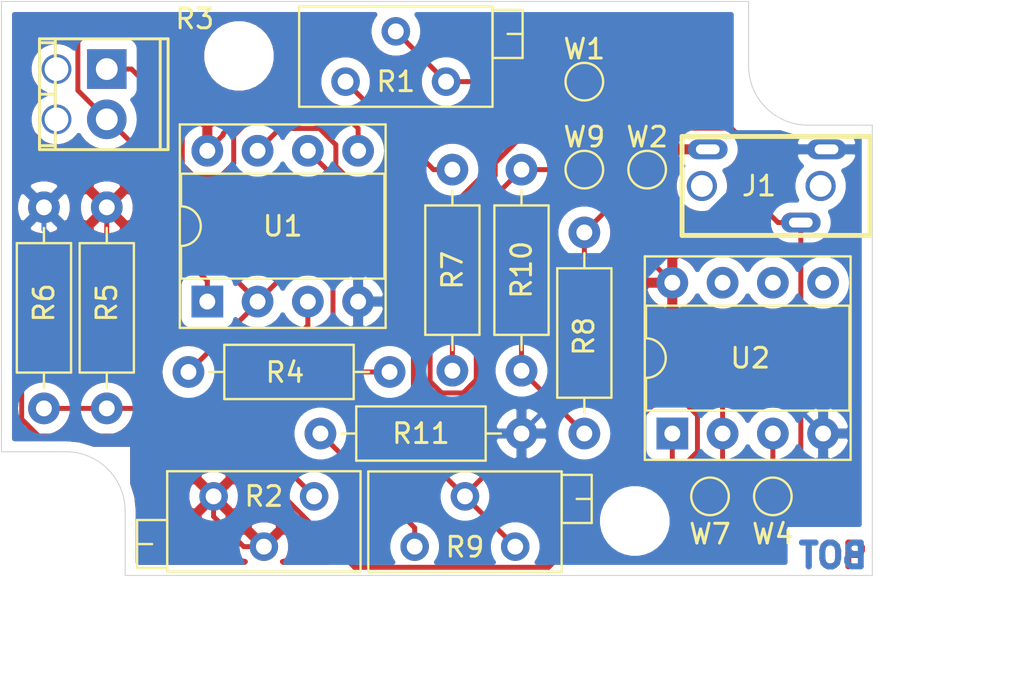
<source format=kicad_pcb>
(kicad_pcb (version 20171130) (host pcbnew "(5.1.4)-1")

  (general
    (thickness 1.6)
    (drawings 15)
    (tracks 174)
    (zones 0)
    (modules 21)
    (nets 16)
  )

  (page A4)
  (title_block
    (title Pt100)
    (date 2019-09-08)
    (rev V1.0)
    (comment 1 BBSensor)
    (comment 2 "Adapter for Pt100 Sensor")
  )

  (layers
    (0 F.Cu signal)
    (31 B.Cu signal)
    (32 B.Adhes user)
    (33 F.Adhes user)
    (34 B.Paste user)
    (35 F.Paste user)
    (36 B.SilkS user)
    (37 F.SilkS user)
    (38 B.Mask user)
    (39 F.Mask user)
    (40 Dwgs.User user)
    (41 Cmts.User user)
    (42 Eco1.User user)
    (43 Eco2.User user)
    (44 Edge.Cuts user)
    (45 Margin user)
    (46 B.CrtYd user)
    (47 F.CrtYd user)
    (48 B.Fab user)
    (49 F.Fab user hide)
  )

  (setup
    (last_trace_width 0.25)
    (trace_clearance 0.2)
    (zone_clearance 0.508)
    (zone_45_only no)
    (trace_min 0.2)
    (via_size 0.8)
    (via_drill 0.4)
    (via_min_size 0.4)
    (via_min_drill 0.3)
    (uvia_size 0.3)
    (uvia_drill 0.1)
    (uvias_allowed no)
    (uvia_min_size 0.2)
    (uvia_min_drill 0.1)
    (edge_width 0.05)
    (segment_width 0.2)
    (pcb_text_width 0.3)
    (pcb_text_size 1.5 1.5)
    (mod_edge_width 0.12)
    (mod_text_size 1 1)
    (mod_text_width 0.15)
    (pad_size 2.5 2.5)
    (pad_drill 2.5)
    (pad_to_mask_clearance 0.051)
    (solder_mask_min_width 0.25)
    (aux_axis_origin 0 0)
    (visible_elements 7FFFFFFF)
    (pcbplotparams
      (layerselection 0x010fc_ffffffff)
      (usegerberextensions false)
      (usegerberattributes false)
      (usegerberadvancedattributes false)
      (creategerberjobfile false)
      (excludeedgelayer true)
      (linewidth 0.100000)
      (plotframeref false)
      (viasonmask false)
      (mode 1)
      (useauxorigin false)
      (hpglpennumber 1)
      (hpglpenspeed 20)
      (hpglpendiameter 15.000000)
      (psnegative false)
      (psa4output false)
      (plotreference true)
      (plotvalue true)
      (plotinvisibletext false)
      (padsonsilk false)
      (subtractmaskfromsilk false)
      (outputformat 1)
      (mirror false)
      (drillshape 1)
      (scaleselection 1)
      (outputdirectory ""))
  )

  (net 0 "")
  (net 1 /SIGNAL)
  (net 2 "Net-(R1-Pad1)")
  (net 3 +5V)
  (net 4 "Net-(R2-Pad1)")
  (net 5 "Net-(R3-Pad1)")
  (net 6 "Net-(R3-Pad2)")
  (net 7 "Net-(R5-Pad2)")
  (net 8 GND)
  (net 9 "Net-(R7-Pad2)")
  (net 10 "Net-(R10-Pad1)")
  (net 11 "Net-(R10-Pad2)")
  (net 12 "Net-(R11-Pad1)")
  (net 13 "Net-(U2-Pad7)")
  (net 14 "Net-(U2-Pad6)")
  (net 15 "Net-(U2-Pad5)")

  (net_class Default "This is the default net class."
    (clearance 0.2)
    (trace_width 0.25)
    (via_dia 0.8)
    (via_drill 0.4)
    (uvia_dia 0.3)
    (uvia_drill 0.1)
    (add_net +5V)
    (add_net /SIGNAL)
    (add_net GND)
    (add_net "Net-(R1-Pad1)")
    (add_net "Net-(R10-Pad1)")
    (add_net "Net-(R10-Pad2)")
    (add_net "Net-(R11-Pad1)")
    (add_net "Net-(R2-Pad1)")
    (add_net "Net-(R3-Pad1)")
    (add_net "Net-(R3-Pad2)")
    (add_net "Net-(R5-Pad2)")
    (add_net "Net-(R7-Pad2)")
    (add_net "Net-(U2-Pad5)")
    (add_net "Net-(U2-Pad6)")
    (add_net "Net-(U2-Pad7)")
  )

  (module Lumberg:LUMBERG_1501_03 (layer F.Cu) (tedit 5D7557A6) (tstamp 5D75CCDB)
    (at 56.388 24.3205 270)
    (descr "Klinkeneinbaukupplung nach JIS C 6560 JC25J3A, 2,5 mm, 3-polig/stereo, abgewinkelte Ausführung, für Leiterplatten")
    (tags AudioJack3)
    (path /5D7ADF88)
    (fp_text reference J1 (at 0 3.1115 180) (layer F.SilkS)
      (effects (font (size 1 1) (thickness 0.15)))
    )
    (fp_text value AudioJack3 (at 0 -3.5 90) (layer F.Fab)
      (effects (font (size 1 1) (thickness 0.15)))
    )
    (fp_line (start -2.5 -2.5) (end 2.5 -2.5) (layer F.SilkS) (width 0.25))
    (fp_line (start -2.5 -2.5) (end -2.5 7) (layer F.SilkS) (width 0.25))
    (fp_line (start 2.5 7) (end 2.5 -2.5) (layer F.SilkS) (width 0.25))
    (fp_line (start -2.5 7) (end 2.5 7) (layer F.SilkS) (width 0.25))
    (pad "" np_thru_hole circle (at 0 6 270) (size 1.524 1.524) (drill 1.1) (layers *.Cu *.Mask))
    (pad T thru_hole oval (at -1.85 5.7 270) (size 1 2) (drill oval 0.5 1.2) (layers *.Cu *.Mask)
      (net 3 +5V))
    (pad R thru_hole oval (at 1.85 1 270) (size 1 2) (drill oval 0.5 1.2) (layers *.Cu *.Mask)
      (net 1 /SIGNAL))
    (pad "" np_thru_hole circle (at 0 0 270) (size 1.524 1.524) (drill 1.1) (layers *.Cu *.Mask))
    (pad S thru_hole oval (at -1.85 -0.3 270) (size 1 2) (drill oval 0.5 1.2) (layers *.Cu *.Mask)
      (net 8 GND))
    (model ${BBLIB_3D_NONFREE}/Lumberg.3dshapes/1501_03.stp
      (offset (xyz 0 4 2.3))
      (scale (xyz 1 1 1))
      (rotate (xyz 90 180 0))
    )
  )

  (module MountingHole:MountingHole_2.5mm (layer F.Cu) (tedit 5D755B8C) (tstamp 5D75B7E2)
    (at 27 17.75)
    (descr "Mounting Hole 2.5mm, no annular")
    (tags "mounting hole 2.5mm no annular")
    (attr virtual)
    (fp_text reference ~ (at 0 -3.5) (layer F.SilkS) hide
      (effects (font (size 1 1) (thickness 0.15)))
    )
    (fp_text value MountingHole_2.5mm (at 0 3.5) (layer F.Fab)
      (effects (font (size 1 1) (thickness 0.15)))
    )
    (fp_text user %R (at 0.3 0) (layer F.Fab)
      (effects (font (size 1 1) (thickness 0.15)))
    )
    (pad 1 np_thru_hole circle (at 0 0) (size 2.5 2.5) (drill 2.5) (layers *.Cu *.Mask))
  )

  (module MountingHole:MountingHole_2.5mm (layer F.Cu) (tedit 5D755B77) (tstamp 5D75B82C)
    (at 47 41.25)
    (descr "Mounting Hole 2.5mm, no annular")
    (tags "mounting hole 2.5mm no annular")
    (attr virtual)
    (fp_text reference ~ (at 0 -3.5) (layer F.SilkS) hide
      (effects (font (size 1 1) (thickness 0.15)))
    )
    (fp_text value MountingHole_2.5mm (at 0 3.5) (layer F.Fab)
      (effects (font (size 1 1) (thickness 0.15)))
    )
    (fp_text user %R (at 0.3 0) (layer F.Fab)
      (effects (font (size 1 1) (thickness 0.15)))
    )
    (pad 1 np_thru_hole circle (at 0 0) (size 2.5 2.5) (drill 2.5) (layers *.Cu *.Mask))
  )

  (module TestPoint:TestPoint_Pad_D1.5mm (layer F.Cu) (tedit 5A0F774F) (tstamp 5D755B8D)
    (at 44.45 23.495)
    (descr "SMD pad as test Point, diameter 1.5mm")
    (tags "test point SMD pad")
    (path /5D7A743E)
    (attr virtual)
    (fp_text reference W9 (at 0 -1.648) (layer F.SilkS)
      (effects (font (size 1 1) (thickness 0.15)))
    )
    (fp_text value ~ (at 0 1.75) (layer F.Fab)
      (effects (font (size 1 1) (thickness 0.15)))
    )
    (fp_circle (center 0 0) (end 0 0.95) (layer F.SilkS) (width 0.12))
    (fp_circle (center 0 0) (end 1.25 0) (layer F.CrtYd) (width 0.05))
    (fp_text user %R (at 0 -1.65) (layer F.Fab)
      (effects (font (size 1 1) (thickness 0.15)))
    )
    (pad 1 smd circle (at 0 0) (size 1.5 1.5) (layers F.Cu F.Mask)
      (net 11 "Net-(R10-Pad2)"))
  )

  (module TestPoint:TestPoint_Pad_D1.5mm (layer F.Cu) (tedit 5A0F774F) (tstamp 5D755B85)
    (at 50.8 40.005)
    (descr "SMD pad as test Point, diameter 1.5mm")
    (tags "test point SMD pad")
    (path /5D7A32C4)
    (attr virtual)
    (fp_text reference W7 (at 0 1.905) (layer F.SilkS)
      (effects (font (size 1 1) (thickness 0.15)))
    )
    (fp_text value ~ (at 0 1.75) (layer F.Fab)
      (effects (font (size 1 1) (thickness 0.15)))
    )
    (fp_circle (center 0 0) (end 0 0.95) (layer F.SilkS) (width 0.12))
    (fp_circle (center 0 0) (end 1.25 0) (layer F.CrtYd) (width 0.05))
    (fp_text user %R (at 0 -1.65) (layer F.Fab)
      (effects (font (size 1 1) (thickness 0.15)))
    )
    (pad 1 smd circle (at 0 0) (size 1.5 1.5) (layers F.Cu F.Mask)
      (net 9 "Net-(R7-Pad2)"))
  )

  (module TestPoint:TestPoint_Pad_D1.5mm (layer F.Cu) (tedit 5A0F774F) (tstamp 5D755B7D)
    (at 53.975 40.005)
    (descr "SMD pad as test Point, diameter 1.5mm")
    (tags "test point SMD pad")
    (path /5D7B9F53)
    (attr virtual)
    (fp_text reference W4 (at 0 1.905) (layer F.SilkS)
      (effects (font (size 1 1) (thickness 0.15)))
    )
    (fp_text value ~ (at 0 1.75) (layer F.Fab)
      (effects (font (size 1 1) (thickness 0.15)))
    )
    (fp_circle (center 0 0) (end 0 0.95) (layer F.SilkS) (width 0.12))
    (fp_circle (center 0 0) (end 1.25 0) (layer F.CrtYd) (width 0.05))
    (fp_text user %R (at 0 -1.65) (layer F.Fab)
      (effects (font (size 1 1) (thickness 0.15)))
    )
    (pad 1 smd circle (at 0 0) (size 1.5 1.5) (layers F.Cu F.Mask)
      (net 5 "Net-(R3-Pad1)"))
  )

  (module TestPoint:TestPoint_Pad_D1.5mm (layer F.Cu) (tedit 5A0F774F) (tstamp 5D755B75)
    (at 47.625 23.495)
    (descr "SMD pad as test Point, diameter 1.5mm")
    (tags "test point SMD pad")
    (path /5D7817D5)
    (attr virtual)
    (fp_text reference W2 (at 0 -1.648) (layer F.SilkS)
      (effects (font (size 1 1) (thickness 0.15)))
    )
    (fp_text value ~ (at 0 1.75) (layer F.Fab)
      (effects (font (size 1 1) (thickness 0.15)))
    )
    (fp_circle (center 0 0) (end 0 0.95) (layer F.SilkS) (width 0.12))
    (fp_circle (center 0 0) (end 1.25 0) (layer F.CrtYd) (width 0.05))
    (fp_text user %R (at 0 -1.65) (layer F.Fab)
      (effects (font (size 1 1) (thickness 0.15)))
    )
    (pad 1 smd circle (at 0 0) (size 1.5 1.5) (layers F.Cu F.Mask)
      (net 3 +5V))
  )

  (module TestPoint:TestPoint_Pad_D1.5mm (layer F.Cu) (tedit 5A0F774F) (tstamp 5D755B6D)
    (at 44.45 19.05)
    (descr "SMD pad as test Point, diameter 1.5mm")
    (tags "test point SMD pad")
    (path /5D7A28F7)
    (attr virtual)
    (fp_text reference W1 (at 0 -1.648) (layer F.SilkS)
      (effects (font (size 1 1) (thickness 0.15)))
    )
    (fp_text value ~ (at 0 1.75) (layer F.Fab)
      (effects (font (size 1 1) (thickness 0.15)))
    )
    (fp_circle (center 0 0) (end 0 0.95) (layer F.SilkS) (width 0.12))
    (fp_circle (center 0 0) (end 1.25 0) (layer F.CrtYd) (width 0.05))
    (fp_text user %R (at 0 -1.65) (layer F.Fab)
      (effects (font (size 1 1) (thickness 0.15)))
    )
    (pad 1 smd circle (at 0 0) (size 1.5 1.5) (layers F.Cu F.Mask)
      (net 1 /SIGNAL))
  )

  (module Package_DIP:DIP-8_W7.62mm_Socket (layer F.Cu) (tedit 5A02E8C5) (tstamp 5D755B65)
    (at 48.895 36.83 90)
    (descr "8-lead though-hole mounted DIP package, row spacing 7.62 mm (300 mils), Socket")
    (tags "THT DIP DIL PDIP 2.54mm 7.62mm 300mil Socket")
    (path /5D785BFF)
    (fp_text reference U2 (at 3.81 3.937 180) (layer F.SilkS)
      (effects (font (size 1 1) (thickness 0.15)))
    )
    (fp_text value OPA2340 (at 3.81 9.95 90) (layer F.Fab)
      (effects (font (size 1 1) (thickness 0.15)))
    )
    (fp_text user %R (at 3.81 3.81 90) (layer F.Fab)
      (effects (font (size 1 1) (thickness 0.15)))
    )
    (fp_line (start 9.15 -1.6) (end -1.55 -1.6) (layer F.CrtYd) (width 0.05))
    (fp_line (start 9.15 9.2) (end 9.15 -1.6) (layer F.CrtYd) (width 0.05))
    (fp_line (start -1.55 9.2) (end 9.15 9.2) (layer F.CrtYd) (width 0.05))
    (fp_line (start -1.55 -1.6) (end -1.55 9.2) (layer F.CrtYd) (width 0.05))
    (fp_line (start 8.95 -1.39) (end -1.33 -1.39) (layer F.SilkS) (width 0.12))
    (fp_line (start 8.95 9.01) (end 8.95 -1.39) (layer F.SilkS) (width 0.12))
    (fp_line (start -1.33 9.01) (end 8.95 9.01) (layer F.SilkS) (width 0.12))
    (fp_line (start -1.33 -1.39) (end -1.33 9.01) (layer F.SilkS) (width 0.12))
    (fp_line (start 6.46 -1.33) (end 4.81 -1.33) (layer F.SilkS) (width 0.12))
    (fp_line (start 6.46 8.95) (end 6.46 -1.33) (layer F.SilkS) (width 0.12))
    (fp_line (start 1.16 8.95) (end 6.46 8.95) (layer F.SilkS) (width 0.12))
    (fp_line (start 1.16 -1.33) (end 1.16 8.95) (layer F.SilkS) (width 0.12))
    (fp_line (start 2.81 -1.33) (end 1.16 -1.33) (layer F.SilkS) (width 0.12))
    (fp_line (start 8.89 -1.33) (end -1.27 -1.33) (layer F.Fab) (width 0.1))
    (fp_line (start 8.89 8.95) (end 8.89 -1.33) (layer F.Fab) (width 0.1))
    (fp_line (start -1.27 8.95) (end 8.89 8.95) (layer F.Fab) (width 0.1))
    (fp_line (start -1.27 -1.33) (end -1.27 8.95) (layer F.Fab) (width 0.1))
    (fp_line (start 0.635 -0.27) (end 1.635 -1.27) (layer F.Fab) (width 0.1))
    (fp_line (start 0.635 8.89) (end 0.635 -0.27) (layer F.Fab) (width 0.1))
    (fp_line (start 6.985 8.89) (end 0.635 8.89) (layer F.Fab) (width 0.1))
    (fp_line (start 6.985 -1.27) (end 6.985 8.89) (layer F.Fab) (width 0.1))
    (fp_line (start 1.635 -1.27) (end 6.985 -1.27) (layer F.Fab) (width 0.1))
    (fp_arc (start 3.81 -1.33) (end 2.81 -1.33) (angle -180) (layer F.SilkS) (width 0.12))
    (pad 8 thru_hole oval (at 7.62 0 90) (size 1.6 1.6) (drill 0.8) (layers *.Cu *.Mask)
      (net 3 +5V))
    (pad 4 thru_hole oval (at 0 7.62 90) (size 1.6 1.6) (drill 0.8) (layers *.Cu *.Mask)
      (net 8 GND))
    (pad 7 thru_hole oval (at 7.62 2.54 90) (size 1.6 1.6) (drill 0.8) (layers *.Cu *.Mask)
      (net 13 "Net-(U2-Pad7)"))
    (pad 3 thru_hole oval (at 0 5.08 90) (size 1.6 1.6) (drill 0.8) (layers *.Cu *.Mask)
      (net 5 "Net-(R3-Pad1)"))
    (pad 6 thru_hole oval (at 7.62 5.08 90) (size 1.6 1.6) (drill 0.8) (layers *.Cu *.Mask)
      (net 14 "Net-(U2-Pad6)"))
    (pad 2 thru_hole oval (at 0 2.54 90) (size 1.6 1.6) (drill 0.8) (layers *.Cu *.Mask)
      (net 9 "Net-(R7-Pad2)"))
    (pad 5 thru_hole oval (at 7.62 7.62 90) (size 1.6 1.6) (drill 0.8) (layers *.Cu *.Mask)
      (net 15 "Net-(U2-Pad5)"))
    (pad 1 thru_hole rect (at 0 0 90) (size 1.6 1.6) (drill 0.8) (layers *.Cu *.Mask)
      (net 1 /SIGNAL))
    (model ${KISYS3DMOD}/Package_DIP.3dshapes/DIP-8_W7.62mm_Socket.wrl
      (at (xyz 0 0 0))
      (scale (xyz 1 1 1))
      (rotate (xyz 0 0 0))
    )
  )

  (module Package_DIP:DIP-8_W7.62mm_Socket (layer F.Cu) (tedit 5A02E8C5) (tstamp 5D755B41)
    (at 25.4 30.1625 90)
    (descr "8-lead though-hole mounted DIP package, row spacing 7.62 mm (300 mils), Socket")
    (tags "THT DIP DIL PDIP 2.54mm 7.62mm 300mil Socket")
    (path /5D759167)
    (fp_text reference U1 (at 3.81 3.81 180) (layer F.SilkS)
      (effects (font (size 1 1) (thickness 0.15)))
    )
    (fp_text value OPA2340 (at 3.81 9.95 90) (layer F.Fab)
      (effects (font (size 1 1) (thickness 0.15)))
    )
    (fp_text user %R (at 3.81 3.81 90) (layer F.Fab)
      (effects (font (size 1 1) (thickness 0.15)))
    )
    (fp_line (start 9.15 -1.6) (end -1.55 -1.6) (layer F.CrtYd) (width 0.05))
    (fp_line (start 9.15 9.2) (end 9.15 -1.6) (layer F.CrtYd) (width 0.05))
    (fp_line (start -1.55 9.2) (end 9.15 9.2) (layer F.CrtYd) (width 0.05))
    (fp_line (start -1.55 -1.6) (end -1.55 9.2) (layer F.CrtYd) (width 0.05))
    (fp_line (start 8.95 -1.39) (end -1.33 -1.39) (layer F.SilkS) (width 0.12))
    (fp_line (start 8.95 9.01) (end 8.95 -1.39) (layer F.SilkS) (width 0.12))
    (fp_line (start -1.33 9.01) (end 8.95 9.01) (layer F.SilkS) (width 0.12))
    (fp_line (start -1.33 -1.39) (end -1.33 9.01) (layer F.SilkS) (width 0.12))
    (fp_line (start 6.46 -1.33) (end 4.81 -1.33) (layer F.SilkS) (width 0.12))
    (fp_line (start 6.46 8.95) (end 6.46 -1.33) (layer F.SilkS) (width 0.12))
    (fp_line (start 1.16 8.95) (end 6.46 8.95) (layer F.SilkS) (width 0.12))
    (fp_line (start 1.16 -1.33) (end 1.16 8.95) (layer F.SilkS) (width 0.12))
    (fp_line (start 2.81 -1.33) (end 1.16 -1.33) (layer F.SilkS) (width 0.12))
    (fp_line (start 8.89 -1.33) (end -1.27 -1.33) (layer F.Fab) (width 0.1))
    (fp_line (start 8.89 8.95) (end 8.89 -1.33) (layer F.Fab) (width 0.1))
    (fp_line (start -1.27 8.95) (end 8.89 8.95) (layer F.Fab) (width 0.1))
    (fp_line (start -1.27 -1.33) (end -1.27 8.95) (layer F.Fab) (width 0.1))
    (fp_line (start 0.635 -0.27) (end 1.635 -1.27) (layer F.Fab) (width 0.1))
    (fp_line (start 0.635 8.89) (end 0.635 -0.27) (layer F.Fab) (width 0.1))
    (fp_line (start 6.985 8.89) (end 0.635 8.89) (layer F.Fab) (width 0.1))
    (fp_line (start 6.985 -1.27) (end 6.985 8.89) (layer F.Fab) (width 0.1))
    (fp_line (start 1.635 -1.27) (end 6.985 -1.27) (layer F.Fab) (width 0.1))
    (fp_arc (start 3.81 -1.33) (end 2.81 -1.33) (angle -180) (layer F.SilkS) (width 0.12))
    (pad 8 thru_hole oval (at 7.62 0 90) (size 1.6 1.6) (drill 0.8) (layers *.Cu *.Mask)
      (net 3 +5V))
    (pad 4 thru_hole oval (at 0 7.62 90) (size 1.6 1.6) (drill 0.8) (layers *.Cu *.Mask)
      (net 8 GND))
    (pad 7 thru_hole oval (at 7.62 2.54 90) (size 1.6 1.6) (drill 0.8) (layers *.Cu *.Mask)
      (net 10 "Net-(R10-Pad1)"))
    (pad 3 thru_hole oval (at 0 5.08 90) (size 1.6 1.6) (drill 0.8) (layers *.Cu *.Mask)
      (net 7 "Net-(R5-Pad2)"))
    (pad 6 thru_hole oval (at 7.62 5.08 90) (size 1.6 1.6) (drill 0.8) (layers *.Cu *.Mask)
      (net 11 "Net-(R10-Pad2)"))
    (pad 2 thru_hole oval (at 0 2.54 90) (size 1.6 1.6) (drill 0.8) (layers *.Cu *.Mask)
      (net 5 "Net-(R3-Pad1)"))
    (pad 5 thru_hole oval (at 7.62 7.62 90) (size 1.6 1.6) (drill 0.8) (layers *.Cu *.Mask)
      (net 6 "Net-(R3-Pad2)"))
    (pad 1 thru_hole rect (at 0 0 90) (size 1.6 1.6) (drill 0.8) (layers *.Cu *.Mask)
      (net 6 "Net-(R3-Pad2)"))
    (model ${KISYS3DMOD}/Package_DIP.3dshapes/DIP-8_W7.62mm_Socket.wrl
      (at (xyz 0 0 0))
      (scale (xyz 1 1 1))
      (rotate (xyz 0 0 0))
    )
  )

  (module Resistor_THT:R_Axial_DIN0207_L6.3mm_D2.5mm_P10.16mm_Horizontal (layer F.Cu) (tedit 5AE5139B) (tstamp 5D755B1D)
    (at 31.115 36.83)
    (descr "Resistor, Axial_DIN0207 series, Axial, Horizontal, pin pitch=10.16mm, 0.25W = 1/4W, length*diameter=6.3*2.5mm^2, http://cdn-reichelt.de/documents/datenblatt/B400/1_4W%23YAG.pdf")
    (tags "Resistor Axial_DIN0207 series Axial Horizontal pin pitch 10.16mm 0.25W = 1/4W length 6.3mm diameter 2.5mm")
    (path /5D7BB158)
    (fp_text reference R11 (at 5.08 0) (layer F.SilkS)
      (effects (font (size 1 1) (thickness 0.15)))
    )
    (fp_text value 2k (at 5.08 2.37) (layer F.Fab)
      (effects (font (size 1 1) (thickness 0.15)))
    )
    (fp_text user %R (at 5.08 0) (layer F.Fab)
      (effects (font (size 1 1) (thickness 0.15)))
    )
    (fp_line (start 11.21 -1.5) (end -1.05 -1.5) (layer F.CrtYd) (width 0.05))
    (fp_line (start 11.21 1.5) (end 11.21 -1.5) (layer F.CrtYd) (width 0.05))
    (fp_line (start -1.05 1.5) (end 11.21 1.5) (layer F.CrtYd) (width 0.05))
    (fp_line (start -1.05 -1.5) (end -1.05 1.5) (layer F.CrtYd) (width 0.05))
    (fp_line (start 9.12 0) (end 8.35 0) (layer F.SilkS) (width 0.12))
    (fp_line (start 1.04 0) (end 1.81 0) (layer F.SilkS) (width 0.12))
    (fp_line (start 8.35 -1.37) (end 1.81 -1.37) (layer F.SilkS) (width 0.12))
    (fp_line (start 8.35 1.37) (end 8.35 -1.37) (layer F.SilkS) (width 0.12))
    (fp_line (start 1.81 1.37) (end 8.35 1.37) (layer F.SilkS) (width 0.12))
    (fp_line (start 1.81 -1.37) (end 1.81 1.37) (layer F.SilkS) (width 0.12))
    (fp_line (start 10.16 0) (end 8.23 0) (layer F.Fab) (width 0.1))
    (fp_line (start 0 0) (end 1.93 0) (layer F.Fab) (width 0.1))
    (fp_line (start 8.23 -1.25) (end 1.93 -1.25) (layer F.Fab) (width 0.1))
    (fp_line (start 8.23 1.25) (end 8.23 -1.25) (layer F.Fab) (width 0.1))
    (fp_line (start 1.93 1.25) (end 8.23 1.25) (layer F.Fab) (width 0.1))
    (fp_line (start 1.93 -1.25) (end 1.93 1.25) (layer F.Fab) (width 0.1))
    (pad 2 thru_hole oval (at 10.16 0) (size 1.6 1.6) (drill 0.8) (layers *.Cu *.Mask)
      (net 8 GND))
    (pad 1 thru_hole circle (at 0 0) (size 1.6 1.6) (drill 0.8) (layers *.Cu *.Mask)
      (net 12 "Net-(R11-Pad1)"))
    (model ${KISYS3DMOD}/Resistor_THT.3dshapes/R_Axial_DIN0207_L6.3mm_D2.5mm_P10.16mm_Horizontal.wrl
      (at (xyz 0 0 0))
      (scale (xyz 1 1 1))
      (rotate (xyz 0 0 0))
    )
  )

  (module Resistor_THT:R_Axial_DIN0207_L6.3mm_D2.5mm_P10.16mm_Horizontal (layer F.Cu) (tedit 5AE5139B) (tstamp 5D755B06)
    (at 41.275 33.655 90)
    (descr "Resistor, Axial_DIN0207 series, Axial, Horizontal, pin pitch=10.16mm, 0.25W = 1/4W, length*diameter=6.3*2.5mm^2, http://cdn-reichelt.de/documents/datenblatt/B400/1_4W%23YAG.pdf")
    (tags "Resistor Axial_DIN0207 series Axial Horizontal pin pitch 10.16mm 0.25W = 1/4W length 6.3mm diameter 2.5mm")
    (path /5D7BC1FB)
    (fp_text reference R10 (at 5.0991 -0.0005 90) (layer F.SilkS)
      (effects (font (size 1 1) (thickness 0.15)))
    )
    (fp_text value 200 (at 5.08 2.37 90) (layer F.Fab)
      (effects (font (size 1 1) (thickness 0.15)))
    )
    (fp_text user %R (at 5.08 0 90) (layer F.Fab)
      (effects (font (size 1 1) (thickness 0.15)))
    )
    (fp_line (start 11.21 -1.5) (end -1.05 -1.5) (layer F.CrtYd) (width 0.05))
    (fp_line (start 11.21 1.5) (end 11.21 -1.5) (layer F.CrtYd) (width 0.05))
    (fp_line (start -1.05 1.5) (end 11.21 1.5) (layer F.CrtYd) (width 0.05))
    (fp_line (start -1.05 -1.5) (end -1.05 1.5) (layer F.CrtYd) (width 0.05))
    (fp_line (start 9.12 0) (end 8.35 0) (layer F.SilkS) (width 0.12))
    (fp_line (start 1.04 0) (end 1.81 0) (layer F.SilkS) (width 0.12))
    (fp_line (start 8.35 -1.37) (end 1.81 -1.37) (layer F.SilkS) (width 0.12))
    (fp_line (start 8.35 1.37) (end 8.35 -1.37) (layer F.SilkS) (width 0.12))
    (fp_line (start 1.81 1.37) (end 8.35 1.37) (layer F.SilkS) (width 0.12))
    (fp_line (start 1.81 -1.37) (end 1.81 1.37) (layer F.SilkS) (width 0.12))
    (fp_line (start 10.16 0) (end 8.23 0) (layer F.Fab) (width 0.1))
    (fp_line (start 0 0) (end 1.93 0) (layer F.Fab) (width 0.1))
    (fp_line (start 8.23 -1.25) (end 1.93 -1.25) (layer F.Fab) (width 0.1))
    (fp_line (start 8.23 1.25) (end 8.23 -1.25) (layer F.Fab) (width 0.1))
    (fp_line (start 1.93 1.25) (end 8.23 1.25) (layer F.Fab) (width 0.1))
    (fp_line (start 1.93 -1.25) (end 1.93 1.25) (layer F.Fab) (width 0.1))
    (pad 2 thru_hole oval (at 10.16 0 90) (size 1.6 1.6) (drill 0.8) (layers *.Cu *.Mask)
      (net 11 "Net-(R10-Pad2)"))
    (pad 1 thru_hole circle (at 0 0 90) (size 1.6 1.6) (drill 0.8) (layers *.Cu *.Mask)
      (net 10 "Net-(R10-Pad1)"))
    (model ${KISYS3DMOD}/Resistor_THT.3dshapes/R_Axial_DIN0207_L6.3mm_D2.5mm_P10.16mm_Horizontal.wrl
      (at (xyz 0 0 0))
      (scale (xyz 1 1 1))
      (rotate (xyz 0 0 0))
    )
  )

  (module Potentiometer_THT:Potentiometer_Bourns_3296Z_Horizontal (layer F.Cu) (tedit 5A3D4994) (tstamp 5D755AEF)
    (at 35.8775 42.545 180)
    (descr "Potentiometer, horizontal, Bourns 3296Z, https://www.bourns.com/pdfs/3296.pdf")
    (tags "Potentiometer horizontal Bourns 3296Z")
    (path /5D79E816)
    (fp_text reference R9 (at -2.54 -0.0254) (layer F.SilkS)
      (effects (font (size 1 1) (thickness 0.15)))
    )
    (fp_text value 470 (at -3.3 4.93) (layer F.Fab)
      (effects (font (size 1 1) (thickness 0.15)))
    )
    (fp_text user %R (at -2.54 1.265) (layer F.Fab)
      (effects (font (size 1 1) (thickness 0.15)))
    )
    (fp_line (start 2.5 -1.45) (end -9.1 -1.45) (layer F.CrtYd) (width 0.05))
    (fp_line (start 2.5 3.95) (end 2.5 -1.45) (layer F.CrtYd) (width 0.05))
    (fp_line (start -9.1 3.95) (end 2.5 3.95) (layer F.CrtYd) (width 0.05))
    (fp_line (start -9.1 -1.45) (end -9.1 3.95) (layer F.CrtYd) (width 0.05))
    (fp_line (start -8.945 2.41) (end -8.186 2.41) (layer F.SilkS) (width 0.12))
    (fp_line (start -7.426 1.195) (end -7.426 3.625) (layer F.SilkS) (width 0.12))
    (fp_line (start -8.945 1.195) (end -8.945 3.625) (layer F.SilkS) (width 0.12))
    (fp_line (start -8.945 3.625) (end -7.426 3.625) (layer F.SilkS) (width 0.12))
    (fp_line (start -8.945 1.195) (end -7.426 1.195) (layer F.SilkS) (width 0.12))
    (fp_line (start 2.345 -1.27) (end 2.345 3.8) (layer F.SilkS) (width 0.12))
    (fp_line (start -7.425 -1.27) (end -7.425 3.8) (layer F.SilkS) (width 0.12))
    (fp_line (start -7.425 3.8) (end 2.345 3.8) (layer F.SilkS) (width 0.12))
    (fp_line (start -7.425 -1.27) (end 2.345 -1.27) (layer F.SilkS) (width 0.12))
    (fp_line (start -8.825 2.41) (end -8.065 2.41) (layer F.Fab) (width 0.1))
    (fp_line (start -7.305 1.315) (end -8.825 1.315) (layer F.Fab) (width 0.1))
    (fp_line (start -7.305 3.505) (end -7.305 1.315) (layer F.Fab) (width 0.1))
    (fp_line (start -8.825 3.505) (end -7.305 3.505) (layer F.Fab) (width 0.1))
    (fp_line (start -8.825 1.315) (end -8.825 3.505) (layer F.Fab) (width 0.1))
    (fp_line (start 2.225 -1.15) (end -7.305 -1.15) (layer F.Fab) (width 0.1))
    (fp_line (start 2.225 3.68) (end 2.225 -1.15) (layer F.Fab) (width 0.1))
    (fp_line (start -7.305 3.68) (end 2.225 3.68) (layer F.Fab) (width 0.1))
    (fp_line (start -7.305 -1.15) (end -7.305 3.68) (layer F.Fab) (width 0.1))
    (pad 3 thru_hole circle (at -5.08 0 180) (size 1.44 1.44) (drill 0.8) (layers *.Cu *.Mask)
      (net 11 "Net-(R10-Pad2)"))
    (pad 2 thru_hole circle (at -2.54 2.54 180) (size 1.44 1.44) (drill 0.8) (layers *.Cu *.Mask)
      (net 11 "Net-(R10-Pad2)"))
    (pad 1 thru_hole circle (at 0 0 180) (size 1.44 1.44) (drill 0.8) (layers *.Cu *.Mask)
      (net 12 "Net-(R11-Pad1)"))
    (model ${KISYS3DMOD}/Potentiometer_THT.3dshapes/Potentiometer_Bourns_3296Z_Horizontal.wrl
      (at (xyz 0 0 0))
      (scale (xyz 1 1 1))
      (rotate (xyz 0 0 0))
    )
  )

  (module Resistor_THT:R_Axial_DIN0207_L6.3mm_D2.5mm_P10.16mm_Horizontal (layer F.Cu) (tedit 5AE5139B) (tstamp 5D755AD1)
    (at 44.45 26.67 270)
    (descr "Resistor, Axial_DIN0207 series, Axial, Horizontal, pin pitch=10.16mm, 0.25W = 1/4W, length*diameter=6.3*2.5mm^2, http://cdn-reichelt.de/documents/datenblatt/B400/1_4W%23YAG.pdf")
    (tags "Resistor Axial_DIN0207 series Axial Horizontal pin pitch 10.16mm 0.25W = 1/4W length 6.3mm diameter 2.5mm")
    (path /5D7BD852)
    (fp_text reference R8 (at 5.2511 0.021 90) (layer F.SilkS)
      (effects (font (size 1 1) (thickness 0.15)))
    )
    (fp_text value 200 (at 5.08 2.37 90) (layer F.Fab)
      (effects (font (size 1 1) (thickness 0.15)))
    )
    (fp_text user %R (at 5.08 0 90) (layer F.Fab)
      (effects (font (size 1 1) (thickness 0.15)))
    )
    (fp_line (start 11.21 -1.5) (end -1.05 -1.5) (layer F.CrtYd) (width 0.05))
    (fp_line (start 11.21 1.5) (end 11.21 -1.5) (layer F.CrtYd) (width 0.05))
    (fp_line (start -1.05 1.5) (end 11.21 1.5) (layer F.CrtYd) (width 0.05))
    (fp_line (start -1.05 -1.5) (end -1.05 1.5) (layer F.CrtYd) (width 0.05))
    (fp_line (start 9.12 0) (end 8.35 0) (layer F.SilkS) (width 0.12))
    (fp_line (start 1.04 0) (end 1.81 0) (layer F.SilkS) (width 0.12))
    (fp_line (start 8.35 -1.37) (end 1.81 -1.37) (layer F.SilkS) (width 0.12))
    (fp_line (start 8.35 1.37) (end 8.35 -1.37) (layer F.SilkS) (width 0.12))
    (fp_line (start 1.81 1.37) (end 8.35 1.37) (layer F.SilkS) (width 0.12))
    (fp_line (start 1.81 -1.37) (end 1.81 1.37) (layer F.SilkS) (width 0.12))
    (fp_line (start 10.16 0) (end 8.23 0) (layer F.Fab) (width 0.1))
    (fp_line (start 0 0) (end 1.93 0) (layer F.Fab) (width 0.1))
    (fp_line (start 8.23 -1.25) (end 1.93 -1.25) (layer F.Fab) (width 0.1))
    (fp_line (start 8.23 1.25) (end 8.23 -1.25) (layer F.Fab) (width 0.1))
    (fp_line (start 1.93 1.25) (end 8.23 1.25) (layer F.Fab) (width 0.1))
    (fp_line (start 1.93 -1.25) (end 1.93 1.25) (layer F.Fab) (width 0.1))
    (pad 2 thru_hole oval (at 10.16 0 270) (size 1.6 1.6) (drill 0.8) (layers *.Cu *.Mask)
      (net 10 "Net-(R10-Pad1)"))
    (pad 1 thru_hole circle (at 0 0 270) (size 1.6 1.6) (drill 0.8) (layers *.Cu *.Mask)
      (net 9 "Net-(R7-Pad2)"))
    (model ${KISYS3DMOD}/Resistor_THT.3dshapes/R_Axial_DIN0207_L6.3mm_D2.5mm_P10.16mm_Horizontal.wrl
      (at (xyz 0 0 0))
      (scale (xyz 1 1 1))
      (rotate (xyz 0 0 0))
    )
  )

  (module Resistor_THT:R_Axial_DIN0207_L6.3mm_D2.5mm_P10.16mm_Horizontal (layer F.Cu) (tedit 5AE5139B) (tstamp 5D755ABA)
    (at 37.7825 23.495 270)
    (descr "Resistor, Axial_DIN0207 series, Axial, Horizontal, pin pitch=10.16mm, 0.25W = 1/4W, length*diameter=6.3*2.5mm^2, http://cdn-reichelt.de/documents/datenblatt/B400/1_4W%23YAG.pdf")
    (tags "Resistor Axial_DIN0207 series Axial Horizontal pin pitch 10.16mm 0.25W = 1/4W length 6.3mm diameter 2.5mm")
    (path /5D7BE22E)
    (fp_text reference R7 (at 5.08 0 90) (layer F.SilkS)
      (effects (font (size 1 1) (thickness 0.15)))
    )
    (fp_text value 4k7 (at 5.08 2.37 90) (layer F.Fab)
      (effects (font (size 1 1) (thickness 0.15)))
    )
    (fp_text user %R (at 5.08 0 90) (layer F.Fab)
      (effects (font (size 1 1) (thickness 0.15)))
    )
    (fp_line (start 11.21 -1.5) (end -1.05 -1.5) (layer F.CrtYd) (width 0.05))
    (fp_line (start 11.21 1.5) (end 11.21 -1.5) (layer F.CrtYd) (width 0.05))
    (fp_line (start -1.05 1.5) (end 11.21 1.5) (layer F.CrtYd) (width 0.05))
    (fp_line (start -1.05 -1.5) (end -1.05 1.5) (layer F.CrtYd) (width 0.05))
    (fp_line (start 9.12 0) (end 8.35 0) (layer F.SilkS) (width 0.12))
    (fp_line (start 1.04 0) (end 1.81 0) (layer F.SilkS) (width 0.12))
    (fp_line (start 8.35 -1.37) (end 1.81 -1.37) (layer F.SilkS) (width 0.12))
    (fp_line (start 8.35 1.37) (end 8.35 -1.37) (layer F.SilkS) (width 0.12))
    (fp_line (start 1.81 1.37) (end 8.35 1.37) (layer F.SilkS) (width 0.12))
    (fp_line (start 1.81 -1.37) (end 1.81 1.37) (layer F.SilkS) (width 0.12))
    (fp_line (start 10.16 0) (end 8.23 0) (layer F.Fab) (width 0.1))
    (fp_line (start 0 0) (end 1.93 0) (layer F.Fab) (width 0.1))
    (fp_line (start 8.23 -1.25) (end 1.93 -1.25) (layer F.Fab) (width 0.1))
    (fp_line (start 8.23 1.25) (end 8.23 -1.25) (layer F.Fab) (width 0.1))
    (fp_line (start 1.93 1.25) (end 8.23 1.25) (layer F.Fab) (width 0.1))
    (fp_line (start 1.93 -1.25) (end 1.93 1.25) (layer F.Fab) (width 0.1))
    (pad 2 thru_hole oval (at 10.16 0 270) (size 1.6 1.6) (drill 0.8) (layers *.Cu *.Mask)
      (net 9 "Net-(R7-Pad2)"))
    (pad 1 thru_hole circle (at 0 0 270) (size 1.6 1.6) (drill 0.8) (layers *.Cu *.Mask)
      (net 2 "Net-(R1-Pad1)"))
    (model ${KISYS3DMOD}/Resistor_THT.3dshapes/R_Axial_DIN0207_L6.3mm_D2.5mm_P10.16mm_Horizontal.wrl
      (at (xyz 0 0 0))
      (scale (xyz 1 1 1))
      (rotate (xyz 0 0 0))
    )
  )

  (module Resistor_THT:R_Axial_DIN0207_L6.3mm_D2.5mm_P10.16mm_Horizontal (layer F.Cu) (tedit 5AE5139B) (tstamp 5D75DEB2)
    (at 17.145 25.4 270)
    (descr "Resistor, Axial_DIN0207 series, Axial, Horizontal, pin pitch=10.16mm, 0.25W = 1/4W, length*diameter=6.3*2.5mm^2, http://cdn-reichelt.de/documents/datenblatt/B400/1_4W%23YAG.pdf")
    (tags "Resistor Axial_DIN0207 series Axial Horizontal pin pitch 10.16mm 0.25W = 1/4W length 6.3mm diameter 2.5mm")
    (path /5D7BE79A)
    (fp_text reference R6 (at 4.826 0 90) (layer F.SilkS)
      (effects (font (size 1 1) (thickness 0.15)))
    )
    (fp_text value 10k (at 5.08 2.37 90) (layer F.Fab)
      (effects (font (size 1 1) (thickness 0.15)))
    )
    (fp_text user %R (at 5.08 0 90) (layer F.Fab)
      (effects (font (size 1 1) (thickness 0.15)))
    )
    (fp_line (start 11.21 -1.5) (end -1.05 -1.5) (layer F.CrtYd) (width 0.05))
    (fp_line (start 11.21 1.5) (end 11.21 -1.5) (layer F.CrtYd) (width 0.05))
    (fp_line (start -1.05 1.5) (end 11.21 1.5) (layer F.CrtYd) (width 0.05))
    (fp_line (start -1.05 -1.5) (end -1.05 1.5) (layer F.CrtYd) (width 0.05))
    (fp_line (start 9.12 0) (end 8.35 0) (layer F.SilkS) (width 0.12))
    (fp_line (start 1.04 0) (end 1.81 0) (layer F.SilkS) (width 0.12))
    (fp_line (start 8.35 -1.37) (end 1.81 -1.37) (layer F.SilkS) (width 0.12))
    (fp_line (start 8.35 1.37) (end 8.35 -1.37) (layer F.SilkS) (width 0.12))
    (fp_line (start 1.81 1.37) (end 8.35 1.37) (layer F.SilkS) (width 0.12))
    (fp_line (start 1.81 -1.37) (end 1.81 1.37) (layer F.SilkS) (width 0.12))
    (fp_line (start 10.16 0) (end 8.23 0) (layer F.Fab) (width 0.1))
    (fp_line (start 0 0) (end 1.93 0) (layer F.Fab) (width 0.1))
    (fp_line (start 8.23 -1.25) (end 1.93 -1.25) (layer F.Fab) (width 0.1))
    (fp_line (start 8.23 1.25) (end 8.23 -1.25) (layer F.Fab) (width 0.1))
    (fp_line (start 1.93 1.25) (end 8.23 1.25) (layer F.Fab) (width 0.1))
    (fp_line (start 1.93 -1.25) (end 1.93 1.25) (layer F.Fab) (width 0.1))
    (pad 2 thru_hole oval (at 10.16 0 270) (size 1.6 1.6) (drill 0.8) (layers *.Cu *.Mask)
      (net 7 "Net-(R5-Pad2)"))
    (pad 1 thru_hole circle (at 0 0 270) (size 1.6 1.6) (drill 0.8) (layers *.Cu *.Mask)
      (net 8 GND))
    (model ${KISYS3DMOD}/Resistor_THT.3dshapes/R_Axial_DIN0207_L6.3mm_D2.5mm_P10.16mm_Horizontal.wrl
      (at (xyz 0 0 0))
      (scale (xyz 1 1 1))
      (rotate (xyz 0 0 0))
    )
  )

  (module Resistor_THT:R_Axial_DIN0207_L6.3mm_D2.5mm_P10.16mm_Horizontal (layer F.Cu) (tedit 5AE5139B) (tstamp 5D75DF51)
    (at 20.32 25.4 270)
    (descr "Resistor, Axial_DIN0207 series, Axial, Horizontal, pin pitch=10.16mm, 0.25W = 1/4W, length*diameter=6.3*2.5mm^2, http://cdn-reichelt.de/documents/datenblatt/B400/1_4W%23YAG.pdf")
    (tags "Resistor Axial_DIN0207 series Axial Horizontal pin pitch 10.16mm 0.25W = 1/4W length 6.3mm diameter 2.5mm")
    (path /5D7BA5FC)
    (fp_text reference R5 (at 4.826 0 90) (layer F.SilkS)
      (effects (font (size 1 1) (thickness 0.15)))
    )
    (fp_text value 10k (at 5.08 2.37 90) (layer F.Fab)
      (effects (font (size 1 1) (thickness 0.15)))
    )
    (fp_text user %R (at 5.08 0 90) (layer F.Fab)
      (effects (font (size 1 1) (thickness 0.15)))
    )
    (fp_line (start 11.21 -1.5) (end -1.05 -1.5) (layer F.CrtYd) (width 0.05))
    (fp_line (start 11.21 1.5) (end 11.21 -1.5) (layer F.CrtYd) (width 0.05))
    (fp_line (start -1.05 1.5) (end 11.21 1.5) (layer F.CrtYd) (width 0.05))
    (fp_line (start -1.05 -1.5) (end -1.05 1.5) (layer F.CrtYd) (width 0.05))
    (fp_line (start 9.12 0) (end 8.35 0) (layer F.SilkS) (width 0.12))
    (fp_line (start 1.04 0) (end 1.81 0) (layer F.SilkS) (width 0.12))
    (fp_line (start 8.35 -1.37) (end 1.81 -1.37) (layer F.SilkS) (width 0.12))
    (fp_line (start 8.35 1.37) (end 8.35 -1.37) (layer F.SilkS) (width 0.12))
    (fp_line (start 1.81 1.37) (end 8.35 1.37) (layer F.SilkS) (width 0.12))
    (fp_line (start 1.81 -1.37) (end 1.81 1.37) (layer F.SilkS) (width 0.12))
    (fp_line (start 10.16 0) (end 8.23 0) (layer F.Fab) (width 0.1))
    (fp_line (start 0 0) (end 1.93 0) (layer F.Fab) (width 0.1))
    (fp_line (start 8.23 -1.25) (end 1.93 -1.25) (layer F.Fab) (width 0.1))
    (fp_line (start 8.23 1.25) (end 8.23 -1.25) (layer F.Fab) (width 0.1))
    (fp_line (start 1.93 1.25) (end 8.23 1.25) (layer F.Fab) (width 0.1))
    (fp_line (start 1.93 -1.25) (end 1.93 1.25) (layer F.Fab) (width 0.1))
    (pad 2 thru_hole oval (at 10.16 0 270) (size 1.6 1.6) (drill 0.8) (layers *.Cu *.Mask)
      (net 7 "Net-(R5-Pad2)"))
    (pad 1 thru_hole circle (at 0 0 270) (size 1.6 1.6) (drill 0.8) (layers *.Cu *.Mask)
      (net 3 +5V))
    (model ${KISYS3DMOD}/Resistor_THT.3dshapes/R_Axial_DIN0207_L6.3mm_D2.5mm_P10.16mm_Horizontal.wrl
      (at (xyz 0 0 0))
      (scale (xyz 1 1 1))
      (rotate (xyz 0 0 0))
    )
  )

  (module Resistor_THT:R_Axial_DIN0207_L6.3mm_D2.5mm_P10.16mm_Horizontal (layer F.Cu) (tedit 5AE5139B) (tstamp 5D755A75)
    (at 34.6075 33.7185 180)
    (descr "Resistor, Axial_DIN0207 series, Axial, Horizontal, pin pitch=10.16mm, 0.25W = 1/4W, length*diameter=6.3*2.5mm^2, http://cdn-reichelt.de/documents/datenblatt/B400/1_4W%23YAG.pdf")
    (tags "Resistor Axial_DIN0207 series Axial Horizontal pin pitch 10.16mm 0.25W = 1/4W length 6.3mm diameter 2.5mm")
    (path /5D7B91A5)
    (fp_text reference R4 (at 5.2832 -0.0254) (layer F.SilkS)
      (effects (font (size 1 1) (thickness 0.15)))
    )
    (fp_text value 2k2 (at 5.08 2.37) (layer F.Fab)
      (effects (font (size 1 1) (thickness 0.15)))
    )
    (fp_text user %R (at 5.08 0) (layer F.Fab)
      (effects (font (size 1 1) (thickness 0.15)))
    )
    (fp_line (start 11.21 -1.5) (end -1.05 -1.5) (layer F.CrtYd) (width 0.05))
    (fp_line (start 11.21 1.5) (end 11.21 -1.5) (layer F.CrtYd) (width 0.05))
    (fp_line (start -1.05 1.5) (end 11.21 1.5) (layer F.CrtYd) (width 0.05))
    (fp_line (start -1.05 -1.5) (end -1.05 1.5) (layer F.CrtYd) (width 0.05))
    (fp_line (start 9.12 0) (end 8.35 0) (layer F.SilkS) (width 0.12))
    (fp_line (start 1.04 0) (end 1.81 0) (layer F.SilkS) (width 0.12))
    (fp_line (start 8.35 -1.37) (end 1.81 -1.37) (layer F.SilkS) (width 0.12))
    (fp_line (start 8.35 1.37) (end 8.35 -1.37) (layer F.SilkS) (width 0.12))
    (fp_line (start 1.81 1.37) (end 8.35 1.37) (layer F.SilkS) (width 0.12))
    (fp_line (start 1.81 -1.37) (end 1.81 1.37) (layer F.SilkS) (width 0.12))
    (fp_line (start 10.16 0) (end 8.23 0) (layer F.Fab) (width 0.1))
    (fp_line (start 0 0) (end 1.93 0) (layer F.Fab) (width 0.1))
    (fp_line (start 8.23 -1.25) (end 1.93 -1.25) (layer F.Fab) (width 0.1))
    (fp_line (start 8.23 1.25) (end 8.23 -1.25) (layer F.Fab) (width 0.1))
    (fp_line (start 1.93 1.25) (end 8.23 1.25) (layer F.Fab) (width 0.1))
    (fp_line (start 1.93 -1.25) (end 1.93 1.25) (layer F.Fab) (width 0.1))
    (pad 2 thru_hole oval (at 10.16 0 180) (size 1.6 1.6) (drill 0.8) (layers *.Cu *.Mask)
      (net 5 "Net-(R3-Pad1)"))
    (pad 1 thru_hole circle (at 0 0 180) (size 1.6 1.6) (drill 0.8) (layers *.Cu *.Mask)
      (net 4 "Net-(R2-Pad1)"))
    (model ${KISYS3DMOD}/Resistor_THT.3dshapes/R_Axial_DIN0207_L6.3mm_D2.5mm_P10.16mm_Horizontal.wrl
      (at (xyz 0 0 0))
      (scale (xyz 1 1 1))
      (rotate (xyz 0 0 0))
    )
  )

  (module Pheonix:TerminalBlock_Pheonix_MPT-2.54mm_2pol (layer F.Cu) (tedit 5D646CC8) (tstamp 5D755A5E)
    (at 20.32 18.415 270)
    (descr "2-way 2.54mm pitch terminal block, Phoenix MPT series")
    (path /5D7A833B)
    (fp_text reference R3 (at -2.54 -4.445 180) (layer F.SilkS)
      (effects (font (size 1 1) (thickness 0.15)))
    )
    (fp_text value PT100 (at 1.27 4.50088 90) (layer F.Fab)
      (effects (font (size 1 1) (thickness 0.15)))
    )
    (fp_line (start -1.52908 -3.0988) (end -1.52908 3.4) (layer F.SilkS) (width 0.15))
    (fp_line (start 4.06908 -3.0988) (end -1.52908 -3.0988) (layer F.SilkS) (width 0.15))
    (fp_line (start 4.06908 3.4) (end 4.06908 -3.0988) (layer F.SilkS) (width 0.15))
    (fp_line (start -1.52908 3.4) (end 4.06908 3.4) (layer F.SilkS) (width 0.15))
    (fp_line (start -1.52908 -2.70002) (end 4.06908 -2.70002) (layer F.SilkS) (width 0.15))
    (fp_line (start 1.27 3.4) (end 1.27 2.60096) (layer F.SilkS) (width 0.15))
    (fp_line (start 3.87096 2.60096) (end 3.87096 3.4) (layer F.SilkS) (width 0.15))
    (fp_line (start -1.33096 3.4) (end -1.33096 2.60096) (layer F.SilkS) (width 0.15))
    (fp_line (start 4.06908 2.60096) (end -1.52908 2.60096) (layer F.SilkS) (width 0.15))
    (fp_line (start 4.3 -3.3) (end 4.3 3.6) (layer F.CrtYd) (width 0.05))
    (fp_line (start 4.3 3.6) (end -1.7 3.6) (layer F.CrtYd) (width 0.05))
    (fp_line (start -1.7 3.6) (end -1.7 -3.3) (layer F.CrtYd) (width 0.05))
    (fp_line (start -1.7 -3.3) (end 4.3 -3.3) (layer F.CrtYd) (width 0.05))
    (pad "" np_thru_hole circle (at 0 2.54 270) (size 1.5 1.5) (drill 1.2) (layers *.Cu *.Mask))
    (pad "" np_thru_hole circle (at 2.54 2.54 270) (size 1.5 1.5) (drill 1.2) (layers *.Cu *.Mask))
    (pad 1 thru_hole rect (at 0 0 270) (size 1.99898 1.99898) (drill 1.1) (layers *.Cu *.Mask)
      (net 5 "Net-(R3-Pad1)"))
    (pad 2 thru_hole oval (at 2.54 0 270) (size 1.99898 1.99898) (drill 1.1) (layers *.Cu *.Mask)
      (net 6 "Net-(R3-Pad2)"))
    (model ${BBLIB_3D_NONFREE}/Pheonix.3dshapes/Phoenix_MPT_2.54_2pol.stp
      (offset (xyz 4.04 -3.1 0.1))
      (scale (xyz 1 1 1))
      (rotate (xyz -90 0 -90))
    )
  )

  (module Potentiometer_THT:Potentiometer_Bourns_3296Z_Horizontal (layer F.Cu) (tedit 5A3D4994) (tstamp 5D755A49)
    (at 30.7975 40.005)
    (descr "Potentiometer, horizontal, Bourns 3296Z, https://www.bourns.com/pdfs/3296.pdf")
    (tags "Potentiometer horizontal Bourns 3296Z")
    (path /5D79B570)
    (fp_text reference R2 (at -2.54 0) (layer F.SilkS)
      (effects (font (size 1 1) (thickness 0.15)))
    )
    (fp_text value 300 (at -3.3 4.93) (layer F.Fab)
      (effects (font (size 1 1) (thickness 0.15)))
    )
    (fp_text user %R (at -2.54 1.265) (layer F.Fab)
      (effects (font (size 1 1) (thickness 0.15)))
    )
    (fp_line (start 2.5 -1.45) (end -9.1 -1.45) (layer F.CrtYd) (width 0.05))
    (fp_line (start 2.5 3.95) (end 2.5 -1.45) (layer F.CrtYd) (width 0.05))
    (fp_line (start -9.1 3.95) (end 2.5 3.95) (layer F.CrtYd) (width 0.05))
    (fp_line (start -9.1 -1.45) (end -9.1 3.95) (layer F.CrtYd) (width 0.05))
    (fp_line (start -8.945 2.41) (end -8.186 2.41) (layer F.SilkS) (width 0.12))
    (fp_line (start -7.426 1.195) (end -7.426 3.625) (layer F.SilkS) (width 0.12))
    (fp_line (start -8.945 1.195) (end -8.945 3.625) (layer F.SilkS) (width 0.12))
    (fp_line (start -8.945 3.625) (end -7.426 3.625) (layer F.SilkS) (width 0.12))
    (fp_line (start -8.945 1.195) (end -7.426 1.195) (layer F.SilkS) (width 0.12))
    (fp_line (start 2.345 -1.27) (end 2.345 3.8) (layer F.SilkS) (width 0.12))
    (fp_line (start -7.425 -1.27) (end -7.425 3.8) (layer F.SilkS) (width 0.12))
    (fp_line (start -7.425 3.8) (end 2.345 3.8) (layer F.SilkS) (width 0.12))
    (fp_line (start -7.425 -1.27) (end 2.345 -1.27) (layer F.SilkS) (width 0.12))
    (fp_line (start -8.825 2.41) (end -8.065 2.41) (layer F.Fab) (width 0.1))
    (fp_line (start -7.305 1.315) (end -8.825 1.315) (layer F.Fab) (width 0.1))
    (fp_line (start -7.305 3.505) (end -7.305 1.315) (layer F.Fab) (width 0.1))
    (fp_line (start -8.825 3.505) (end -7.305 3.505) (layer F.Fab) (width 0.1))
    (fp_line (start -8.825 1.315) (end -8.825 3.505) (layer F.Fab) (width 0.1))
    (fp_line (start 2.225 -1.15) (end -7.305 -1.15) (layer F.Fab) (width 0.1))
    (fp_line (start 2.225 3.68) (end 2.225 -1.15) (layer F.Fab) (width 0.1))
    (fp_line (start -7.305 3.68) (end 2.225 3.68) (layer F.Fab) (width 0.1))
    (fp_line (start -7.305 -1.15) (end -7.305 3.68) (layer F.Fab) (width 0.1))
    (pad 3 thru_hole circle (at -5.08 0) (size 1.44 1.44) (drill 0.8) (layers *.Cu *.Mask)
      (net 3 +5V))
    (pad 2 thru_hole circle (at -2.54 2.54) (size 1.44 1.44) (drill 0.8) (layers *.Cu *.Mask)
      (net 3 +5V))
    (pad 1 thru_hole circle (at 0 0) (size 1.44 1.44) (drill 0.8) (layers *.Cu *.Mask)
      (net 4 "Net-(R2-Pad1)"))
    (model ${KISYS3DMOD}/Potentiometer_THT.3dshapes/Potentiometer_Bourns_3296Z_Horizontal.wrl
      (at (xyz 0 0 0))
      (scale (xyz 1 1 1))
      (rotate (xyz 0 0 0))
    )
  )

  (module Potentiometer_THT:Potentiometer_Bourns_3296Z_Horizontal (layer F.Cu) (tedit 5A3D4994) (tstamp 5D755A2B)
    (at 32.385 19.05 180)
    (descr "Potentiometer, horizontal, Bourns 3296Z, https://www.bourns.com/pdfs/3296.pdf")
    (tags "Potentiometer horizontal Bourns 3296Z")
    (path /5D79FB46)
    (fp_text reference R1 (at -2.54 0) (layer F.SilkS)
      (effects (font (size 1 1) (thickness 0.15)))
    )
    (fp_text value 405 (at -3.3 4.93) (layer F.Fab)
      (effects (font (size 1 1) (thickness 0.15)))
    )
    (fp_text user %R (at -2.54 1.265) (layer F.Fab)
      (effects (font (size 1 1) (thickness 0.15)))
    )
    (fp_line (start 2.5 -1.45) (end -9.1 -1.45) (layer F.CrtYd) (width 0.05))
    (fp_line (start 2.5 3.95) (end 2.5 -1.45) (layer F.CrtYd) (width 0.05))
    (fp_line (start -9.1 3.95) (end 2.5 3.95) (layer F.CrtYd) (width 0.05))
    (fp_line (start -9.1 -1.45) (end -9.1 3.95) (layer F.CrtYd) (width 0.05))
    (fp_line (start -8.945 2.41) (end -8.186 2.41) (layer F.SilkS) (width 0.12))
    (fp_line (start -7.426 1.195) (end -7.426 3.625) (layer F.SilkS) (width 0.12))
    (fp_line (start -8.945 1.195) (end -8.945 3.625) (layer F.SilkS) (width 0.12))
    (fp_line (start -8.945 3.625) (end -7.426 3.625) (layer F.SilkS) (width 0.12))
    (fp_line (start -8.945 1.195) (end -7.426 1.195) (layer F.SilkS) (width 0.12))
    (fp_line (start 2.345 -1.27) (end 2.345 3.8) (layer F.SilkS) (width 0.12))
    (fp_line (start -7.425 -1.27) (end -7.425 3.8) (layer F.SilkS) (width 0.12))
    (fp_line (start -7.425 3.8) (end 2.345 3.8) (layer F.SilkS) (width 0.12))
    (fp_line (start -7.425 -1.27) (end 2.345 -1.27) (layer F.SilkS) (width 0.12))
    (fp_line (start -8.825 2.41) (end -8.065 2.41) (layer F.Fab) (width 0.1))
    (fp_line (start -7.305 1.315) (end -8.825 1.315) (layer F.Fab) (width 0.1))
    (fp_line (start -7.305 3.505) (end -7.305 1.315) (layer F.Fab) (width 0.1))
    (fp_line (start -8.825 3.505) (end -7.305 3.505) (layer F.Fab) (width 0.1))
    (fp_line (start -8.825 1.315) (end -8.825 3.505) (layer F.Fab) (width 0.1))
    (fp_line (start 2.225 -1.15) (end -7.305 -1.15) (layer F.Fab) (width 0.1))
    (fp_line (start 2.225 3.68) (end 2.225 -1.15) (layer F.Fab) (width 0.1))
    (fp_line (start -7.305 3.68) (end 2.225 3.68) (layer F.Fab) (width 0.1))
    (fp_line (start -7.305 -1.15) (end -7.305 3.68) (layer F.Fab) (width 0.1))
    (pad 3 thru_hole circle (at -5.08 0 180) (size 1.44 1.44) (drill 0.8) (layers *.Cu *.Mask)
      (net 1 /SIGNAL))
    (pad 2 thru_hole circle (at -2.54 2.54 180) (size 1.44 1.44) (drill 0.8) (layers *.Cu *.Mask)
      (net 1 /SIGNAL))
    (pad 1 thru_hole circle (at 0 0 180) (size 1.44 1.44) (drill 0.8) (layers *.Cu *.Mask)
      (net 2 "Net-(R1-Pad1)"))
    (model ${KISYS3DMOD}/Potentiometer_THT.3dshapes/Potentiometer_Bourns_3296Z_Horizontal.wrl
      (at (xyz 0 0 0))
      (scale (xyz 1 1 1))
      (rotate (xyz 0 0 0))
    )
  )

  (gr_text "Pt100\nV1.0" (at 52.1 17.4) (layer F.Cu) (tstamp 5D75E577)
    (effects (font (size 1.2 1.2) (thickness 0.2)) (justify right))
  )
  (gr_text TOP (at 58.9 43) (layer F.Cu) (tstamp 5D75E495)
    (effects (font (size 1.2 1.2) (thickness 0.3)) (justify right))
  )
  (gr_text BOT (at 58.9 43) (layer B.Cu)
    (effects (font (size 1.2 1.2) (thickness 0.3)) (justify left mirror))
  )
  (dimension 44 (width 0.15) (layer Dwgs.User)
    (gr_text "44,000 mm" (at 37 50.3) (layer Dwgs.User)
      (effects (font (size 1 1) (thickness 0.15)))
    )
    (feature1 (pts (xy 15 44) (xy 15 49.586421)))
    (feature2 (pts (xy 59 44) (xy 59 49.586421)))
    (crossbar (pts (xy 59 49) (xy 15 49)))
    (arrow1a (pts (xy 15 49) (xy 16.126504 48.413579)))
    (arrow1b (pts (xy 15 49) (xy 16.126504 49.586421)))
    (arrow2a (pts (xy 59 49) (xy 57.873496 48.413579)))
    (arrow2b (pts (xy 59 49) (xy 57.873496 49.586421)))
  )
  (dimension 29 (width 0.15) (layer Dwgs.User)
    (gr_text "29,000 mm" (at 65.3 29.5 270) (layer Dwgs.User)
      (effects (font (size 1 1) (thickness 0.15)))
    )
    (feature1 (pts (xy 59 44) (xy 64.586421 44)))
    (feature2 (pts (xy 59 15) (xy 64.586421 15)))
    (crossbar (pts (xy 64 15) (xy 64 44)))
    (arrow1a (pts (xy 64 44) (xy 63.413579 42.873496)))
    (arrow1b (pts (xy 64 44) (xy 64.586421 42.873496)))
    (arrow2a (pts (xy 64 15) (xy 63.413579 16.126504)))
    (arrow2b (pts (xy 64 15) (xy 64.586421 16.126504)))
  )
  (gr_line (start 52.75 18.25) (end 52.75 15) (layer Edge.Cuts) (width 0.05) (tstamp 5D72D335))
  (gr_line (start 55.75 21.25) (end 59 21.25) (layer Edge.Cuts) (width 0.05) (tstamp 5D72D331))
  (gr_line (start 21.25 40.75) (end 21.25 44) (layer Edge.Cuts) (width 0.05) (tstamp 5D72D325))
  (gr_line (start 18.25 37.75) (end 15 37.75) (layer Edge.Cuts) (width 0.05) (tstamp 5D72D321))
  (gr_arc (start 18.25 40.75) (end 21.25 40.75) (angle -90) (layer Edge.Cuts) (width 0.05) (tstamp 5D72D310))
  (gr_arc (start 55.75 18.25) (end 52.75 18.25) (angle -90) (layer Edge.Cuts) (width 0.05))
  (gr_line (start 15 37.75) (end 15 15) (layer Edge.Cuts) (width 0.05) (tstamp 5D75DEDF))
  (gr_line (start 59 44) (end 21.25 44) (layer Edge.Cuts) (width 0.05))
  (gr_line (start 59 21.25) (end 59 44) (layer Edge.Cuts) (width 0.05))
  (gr_line (start 15 15) (end 52.75 15) (layer Edge.Cuts) (width 0.05))

  (segment (start 38.483233 19.05) (end 44.45 19.05) (width 0.25) (layer F.Cu) (net 1))
  (segment (start 37.465 19.05) (end 38.483233 19.05) (width 0.25) (layer F.Cu) (net 1))
  (segment (start 35.644999 17.229999) (end 37.465 19.05) (width 0.25) (layer F.Cu) (net 1))
  (segment (start 34.925 16.51) (end 35.644999 17.229999) (width 0.25) (layer F.Cu) (net 1))
  (segment (start 55.388 26.9205) (end 55.388 26.1705) (width 0.25) (layer F.Cu) (net 1))
  (segment (start 55.388 40.512) (end 55.388 26.9205) (width 0.25) (layer F.Cu) (net 1))
  (segment (start 53.5 42.4) (end 55.388 40.512) (width 0.25) (layer F.Cu) (net 1))
  (segment (start 50.2 42.4) (end 53.5 42.4) (width 0.25) (layer F.Cu) (net 1))
  (segment (start 48.895 36.83) (end 48.895 41.095) (width 0.25) (layer F.Cu) (net 1))
  (segment (start 48.895 41.095) (end 50.2 42.4) (width 0.25) (layer F.Cu) (net 1))
  (segment (start 54.2375 26.1705) (end 55.388 26.1705) (width 0.25) (layer F.Cu) (net 1))
  (segment (start 53.721 25.654) (end 54.2375 26.1705) (width 0.25) (layer F.Cu) (net 1))
  (segment (start 53.721 23.241) (end 53.721 25.654) (width 0.25) (layer F.Cu) (net 1))
  (segment (start 51.88 21.4) (end 53.721 23.241) (width 0.25) (layer F.Cu) (net 1))
  (segment (start 44.45 19.05) (end 46.8 21.4) (width 0.25) (layer F.Cu) (net 1))
  (segment (start 46.8 21.4) (end 51.88 21.4) (width 0.25) (layer F.Cu) (net 1))
  (segment (start 36.83 23.495) (end 37.7825 23.495) (width 0.25) (layer F.Cu) (net 2))
  (segment (start 32.385 19.05) (end 36.83 23.495) (width 0.25) (layer F.Cu) (net 2))
  (segment (start 48.6495 22.4705) (end 47.625 23.495) (width 0.25) (layer F.Cu) (net 3))
  (segment (start 50.688 22.4705) (end 48.6495 22.4705) (width 0.25) (layer F.Cu) (net 3))
  (segment (start 47.625 27.94) (end 48.895 29.21) (width 0.25) (layer F.Cu) (net 3))
  (segment (start 47.625 23.495) (end 47.625 27.94) (width 0.25) (layer F.Cu) (net 3))
  (segment (start 25.7175 41.023233) (end 25.7175 40.005) (width 0.25) (layer F.Cu) (net 3))
  (segment (start 27.239267 42.545) (end 25.7175 41.023233) (width 0.25) (layer F.Cu) (net 3))
  (segment (start 28.2575 42.545) (end 27.239267 42.545) (width 0.25) (layer F.Cu) (net 3))
  (segment (start 24.997501 39.285001) (end 25.7175 40.005) (width 0.25) (layer F.Cu) (net 3))
  (segment (start 20.32 29.845) (end 16.019999 34.145001) (width 0.25) (layer F.Cu) (net 3))
  (segment (start 20.32 25.4) (end 20.32 29.845) (width 0.25) (layer F.Cu) (net 3))
  (segment (start 16.019999 34.145001) (end 16.019999 36.100001) (width 0.25) (layer F.Cu) (net 3))
  (segment (start 16.019999 36.100001) (end 16.876998 36.957) (width 0.25) (layer F.Cu) (net 3))
  (segment (start 16.876998 36.957) (end 22.6695 36.957) (width 0.25) (layer F.Cu) (net 3))
  (segment (start 22.6695 36.957) (end 24.997501 39.285001) (width 0.25) (layer F.Cu) (net 3))
  (segment (start 19.520001 24.600001) (end 20.32 25.4) (width 0.25) (layer F.Cu) (net 3))
  (segment (start 25.4 18.923) (end 22.2885 15.8115) (width 0.25) (layer F.Cu) (net 3))
  (segment (start 25.4 22.5425) (end 25.4 18.923) (width 0.25) (layer F.Cu) (net 3))
  (segment (start 22.2885 15.8115) (end 18.0975 15.8115) (width 0.25) (layer F.Cu) (net 3))
  (segment (start 18.0975 15.8115) (end 16.3195 17.5895) (width 0.25) (layer F.Cu) (net 3))
  (segment (start 16.3195 17.5895) (end 16.3195 21.3995) (width 0.25) (layer F.Cu) (net 3))
  (segment (start 16.3195 21.3995) (end 19.520001 24.600001) (width 0.25) (layer F.Cu) (net 3))
  (segment (start 46.875001 22.745001) (end 46.875001 22.411411) (width 0.25) (layer F.Cu) (net 3))
  (segment (start 47.625 23.495) (end 46.875001 22.745001) (width 0.25) (layer F.Cu) (net 3))
  (segment (start 30.288089 17.5895) (end 26.199999 21.67759) (width 0.25) (layer F.Cu) (net 3))
  (segment (start 26.199999 21.67759) (end 26.199999 21.742501) (width 0.25) (layer F.Cu) (net 3))
  (segment (start 33.274 17.5895) (end 30.288089 17.5895) (width 0.25) (layer F.Cu) (net 3))
  (segment (start 26.199999 21.742501) (end 25.4 22.5425) (width 0.25) (layer F.Cu) (net 3))
  (segment (start 36.195 20.5105) (end 33.274 17.5895) (width 0.25) (layer F.Cu) (net 3))
  (segment (start 46.875001 22.411411) (end 44.97409 20.5105) (width 0.25) (layer F.Cu) (net 3))
  (segment (start 44.97409 20.5105) (end 36.195 20.5105) (width 0.25) (layer F.Cu) (net 3))
  (segment (start 30.077501 39.285001) (end 30.7975 40.005) (width 0.25) (layer F.Cu) (net 4))
  (segment (start 29.5275 38.735) (end 30.077501 39.285001) (width 0.25) (layer F.Cu) (net 4))
  (segment (start 29.5275 35.7505) (end 29.5275 38.735) (width 0.25) (layer F.Cu) (net 4))
  (segment (start 34.6075 33.7185) (end 31.5595 33.7185) (width 0.25) (layer F.Cu) (net 4))
  (segment (start 31.5595 33.7185) (end 29.5275 35.7505) (width 0.25) (layer F.Cu) (net 4))
  (segment (start 27.94 30.226) (end 27.94 30.1625) (width 0.25) (layer F.Cu) (net 5))
  (segment (start 24.4475 33.7185) (end 27.94 30.226) (width 0.25) (layer F.Cu) (net 5))
  (segment (start 53.975 37.96137) (end 53.975 40.005) (width 0.25) (layer F.Cu) (net 5))
  (segment (start 53.975 36.83) (end 53.975 37.96137) (width 0.25) (layer F.Cu) (net 5))
  (segment (start 27.140001 29.362501) (end 27.94 30.1625) (width 0.25) (layer F.Cu) (net 5))
  (segment (start 23.6855 25.908) (end 27.140001 29.362501) (width 0.25) (layer F.Cu) (net 5))
  (segment (start 23.6855 20.53101) (end 23.6855 25.908) (width 0.25) (layer F.Cu) (net 5))
  (segment (start 20.32 18.415) (end 21.56949 18.415) (width 0.25) (layer F.Cu) (net 5))
  (segment (start 21.56949 18.415) (end 23.6855 20.53101) (width 0.25) (layer F.Cu) (net 5))
  (segment (start 28.739999 29.362501) (end 27.94 30.1625) (width 0.25) (layer F.Cu) (net 5))
  (segment (start 29.4005 28.702) (end 28.739999 29.362501) (width 0.25) (layer F.Cu) (net 5))
  (segment (start 31.75 29.21) (end 31.242 28.702) (width 0.25) (layer F.Cu) (net 5))
  (segment (start 49.403 38.507002) (end 50.165 37.745002) (width 0.25) (layer F.Cu) (net 5))
  (segment (start 49.403 40.9575) (end 49.403 38.507002) (width 0.25) (layer F.Cu) (net 5))
  (segment (start 50.3555 41.91) (end 49.403 40.9575) (width 0.25) (layer F.Cu) (net 5))
  (segment (start 53.975 40.005) (end 53.975 40.894) (width 0.25) (layer F.Cu) (net 5))
  (segment (start 52.959 41.91) (end 50.3555 41.91) (width 0.25) (layer F.Cu) (net 5))
  (segment (start 53.975 40.894) (end 52.959 41.91) (width 0.25) (layer F.Cu) (net 5))
  (segment (start 50.165 37.745002) (end 50.165 35.914998) (width 0.25) (layer F.Cu) (net 5))
  (segment (start 50.165 35.914998) (end 49.429002 35.179) (width 0.25) (layer F.Cu) (net 5))
  (segment (start 49.429002 35.179) (end 48.133 35.179) (width 0.25) (layer F.Cu) (net 5))
  (segment (start 48.133 35.179) (end 44.8945 38.4175) (width 0.25) (layer F.Cu) (net 5))
  (segment (start 44.8945 38.4175) (end 44.8945 41.3385) (width 0.25) (layer F.Cu) (net 5))
  (segment (start 31.75 31.6865) (end 31.75 29.21) (width 0.25) (layer F.Cu) (net 5))
  (segment (start 28.7655 34.671) (end 31.75 31.6865) (width 0.25) (layer F.Cu) (net 5))
  (segment (start 31.242 28.702) (end 29.4005 28.702) (width 0.25) (layer F.Cu) (net 5))
  (segment (start 44.8945 41.3385) (end 42.642999 43.590001) (width 0.25) (layer F.Cu) (net 5))
  (segment (start 42.642999 43.590001) (end 32.835899 43.590001) (width 0.25) (layer F.Cu) (net 5))
  (segment (start 32.835899 43.590001) (end 28.7655 39.519602) (width 0.25) (layer F.Cu) (net 5))
  (segment (start 28.7655 39.519602) (end 28.7655 34.671) (width 0.25) (layer F.Cu) (net 5))
  (segment (start 25.4 29.1125) (end 25.4 30.1625) (width 0.25) (layer F.Cu) (net 6))
  (segment (start 22.86 26.5725) (end 25.4 29.1125) (width 0.25) (layer F.Cu) (net 6))
  (segment (start 22.86 23.4315) (end 22.86 26.5725) (width 0.25) (layer F.Cu) (net 6))
  (segment (start 20.32 20.955) (end 20.3835 20.955) (width 0.25) (layer F.Cu) (net 6))
  (segment (start 20.3835 20.955) (end 22.86 23.4315) (width 0.25) (layer F.Cu) (net 6))
  (segment (start 24.13551 18.67451) (end 21.9075 16.4465) (width 0.25) (layer F.Cu) (net 6))
  (segment (start 33.02 22.5425) (end 33.02 21.41113) (width 0.25) (layer F.Cu) (net 6))
  (segment (start 21.9075 16.4465) (end 19.431 16.4465) (width 0.25) (layer F.Cu) (net 6))
  (segment (start 33.02 21.41113) (end 31.92887 20.32) (width 0.25) (layer F.Cu) (net 6))
  (segment (start 19.431 16.4465) (end 18.8595 17.018) (width 0.25) (layer F.Cu) (net 6))
  (segment (start 31.92887 20.32) (end 28.194 20.32) (width 0.25) (layer F.Cu) (net 6))
  (segment (start 18.8595 17.018) (end 18.8595 19.4945) (width 0.25) (layer F.Cu) (net 6))
  (segment (start 28.194 20.32) (end 26.7335 21.7805) (width 0.25) (layer F.Cu) (net 6))
  (segment (start 18.8595 19.4945) (end 19.320511 19.955511) (width 0.25) (layer F.Cu) (net 6))
  (segment (start 26.7335 21.7805) (end 26.7335 23.1775) (width 0.25) (layer F.Cu) (net 6))
  (segment (start 19.320511 19.955511) (end 20.32 20.955) (width 0.25) (layer F.Cu) (net 6))
  (segment (start 26.7335 23.1775) (end 26.035 23.876) (width 0.25) (layer F.Cu) (net 6))
  (segment (start 26.035 23.876) (end 24.765 23.876) (width 0.25) (layer F.Cu) (net 6))
  (segment (start 24.765 23.876) (end 24.13551 23.24651) (width 0.25) (layer F.Cu) (net 6))
  (segment (start 24.13551 23.24651) (end 24.13551 18.67451) (width 0.25) (layer F.Cu) (net 6))
  (segment (start 17.145 35.56) (end 20.32 35.56) (width 0.25) (layer F.Cu) (net 7))
  (segment (start 30.48 31.369) (end 30.48 30.1625) (width 0.25) (layer F.Cu) (net 7))
  (segment (start 20.32 35.56) (end 26.289 35.56) (width 0.25) (layer F.Cu) (net 7))
  (segment (start 26.289 35.56) (end 30.48 31.369) (width 0.25) (layer F.Cu) (net 7))
  (segment (start 53.969498 22.4705) (end 56.688 22.4705) (width 0.25) (layer B.Cu) (net 8))
  (segment (start 41.275 36.83) (end 45.212 32.893) (width 0.25) (layer B.Cu) (net 8))
  (segment (start 45.212 32.893) (end 45.212 31.227998) (width 0.25) (layer B.Cu) (net 8))
  (segment (start 55.715001 36.030001) (end 56.515 36.83) (width 0.25) (layer B.Cu) (net 8))
  (segment (start 54.737 35.052) (end 55.715001 36.030001) (width 0.25) (layer B.Cu) (net 8))
  (segment (start 41.275 36.83) (end 43.053 35.052) (width 0.25) (layer B.Cu) (net 8))
  (segment (start 43.053 35.052) (end 54.737 35.052) (width 0.25) (layer B.Cu) (net 8))
  (segment (start 18.451379 27.837749) (end 48.602249 27.837749) (width 0.25) (layer B.Cu) (net 8))
  (segment (start 17.145 26.53137) (end 18.451379 27.837749) (width 0.25) (layer B.Cu) (net 8))
  (segment (start 17.145 25.4) (end 17.145 26.53137) (width 0.25) (layer B.Cu) (net 8))
  (segment (start 48.602249 27.837749) (end 53.969498 22.4705) (width 0.25) (layer B.Cu) (net 8))
  (segment (start 46.277498 30.1625) (end 47.808499 28.631499) (width 0.25) (layer B.Cu) (net 8))
  (segment (start 33.02 30.1625) (end 46.277498 30.1625) (width 0.25) (layer B.Cu) (net 8))
  (segment (start 45.212 31.227998) (end 47.808499 28.631499) (width 0.25) (layer B.Cu) (net 8))
  (segment (start 47.808499 28.631499) (end 48.602249 27.837749) (width 0.25) (layer B.Cu) (net 8))
  (segment (start 51.435 39.37) (end 50.8 40.005) (width 0.25) (layer F.Cu) (net 9))
  (segment (start 51.435 36.83) (end 51.435 39.37) (width 0.25) (layer F.Cu) (net 9))
  (segment (start 44.45 32.0675) (end 44.45 26.67) (width 0.25) (layer F.Cu) (net 9))
  (segment (start 45.7835 33.401) (end 44.45 32.0675) (width 0.25) (layer F.Cu) (net 9))
  (segment (start 49.911 33.401) (end 45.7835 33.401) (width 0.25) (layer F.Cu) (net 9))
  (segment (start 51.435 36.83) (end 51.435 34.925) (width 0.25) (layer F.Cu) (net 9))
  (segment (start 51.435 34.925) (end 49.911 33.401) (width 0.25) (layer F.Cu) (net 9))
  (segment (start 37.7825 32.52363) (end 37.7825 33.655) (width 0.25) (layer F.Cu) (net 9))
  (segment (start 37.7825 25.322498) (end 37.7825 32.52363) (width 0.25) (layer F.Cu) (net 9))
  (segment (start 39.497 23.607998) (end 37.7825 25.322498) (width 0.25) (layer F.Cu) (net 9))
  (segment (start 39.497 22.971587) (end 39.497 23.607998) (width 0.25) (layer F.Cu) (net 9))
  (segment (start 41.392098 21.076489) (end 39.497 22.971587) (width 0.25) (layer F.Cu) (net 9))
  (segment (start 44.8904 21.076489) (end 41.392098 21.076489) (width 0.25) (layer F.Cu) (net 9))
  (segment (start 46.233511 22.4196) (end 44.8904 21.076489) (width 0.25) (layer F.Cu) (net 9))
  (segment (start 46.233511 24.886489) (end 46.233511 22.4196) (width 0.25) (layer F.Cu) (net 9))
  (segment (start 44.45 26.67) (end 46.233511 24.886489) (width 0.25) (layer F.Cu) (net 9))
  (segment (start 41.275 33.655) (end 44.45 36.83) (width 0.25) (layer F.Cu) (net 10))
  (segment (start 31.069499 21.417499) (end 31.894999 22.242999) (width 0.25) (layer F.Cu) (net 10))
  (segment (start 31.894999 22.242999) (end 31.894999 23.321089) (width 0.25) (layer F.Cu) (net 10))
  (segment (start 31.894999 23.321089) (end 36.657499 28.083589) (width 0.25) (layer F.Cu) (net 10))
  (segment (start 36.657499 28.083589) (end 36.657499 34.195001) (width 0.25) (layer F.Cu) (net 10))
  (segment (start 36.657499 34.195001) (end 37.242499 34.780001) (width 0.25) (layer F.Cu) (net 10))
  (segment (start 45.7835 22.606) (end 45.7835 24.638) (width 0.25) (layer F.Cu) (net 10))
  (segment (start 45.7835 24.638) (end 45.212 25.2095) (width 0.25) (layer F.Cu) (net 10))
  (segment (start 45.212 25.2095) (end 43.3705 25.2095) (width 0.25) (layer F.Cu) (net 10))
  (segment (start 27.94 22.5425) (end 29.065001 21.417499) (width 0.25) (layer F.Cu) (net 10))
  (segment (start 43.3705 25.2095) (end 41.275 27.305) (width 0.25) (layer F.Cu) (net 10))
  (segment (start 29.065001 21.417499) (end 31.069499 21.417499) (width 0.25) (layer F.Cu) (net 10))
  (segment (start 41.275 32.52363) (end 41.275 33.655) (width 0.25) (layer F.Cu) (net 10))
  (segment (start 41.275 27.305) (end 41.275 32.52363) (width 0.25) (layer F.Cu) (net 10))
  (segment (start 44.704 21.5265) (end 45.7835 22.606) (width 0.25) (layer F.Cu) (net 10))
  (segment (start 41.578498 21.5265) (end 44.704 21.5265) (width 0.25) (layer F.Cu) (net 10))
  (segment (start 39.947011 23.157987) (end 41.578498 21.5265) (width 0.25) (layer F.Cu) (net 10))
  (segment (start 39.947011 23.794398) (end 39.947011 23.157987) (width 0.25) (layer F.Cu) (net 10))
  (segment (start 38.989 24.752408) (end 39.947011 23.794398) (width 0.25) (layer F.Cu) (net 10))
  (segment (start 38.989 34.113502) (end 38.989 24.752408) (width 0.25) (layer F.Cu) (net 10))
  (segment (start 38.322501 34.780001) (end 38.989 34.113502) (width 0.25) (layer F.Cu) (net 10))
  (segment (start 37.242499 34.780001) (end 38.322501 34.780001) (width 0.25) (layer F.Cu) (net 10))
  (segment (start 38.4175 39.9415) (end 38.4175 40.005) (width 0.25) (layer F.Cu) (net 11))
  (segment (start 39.624 38.735) (end 38.4175 39.9415) (width 0.25) (layer F.Cu) (net 11))
  (segment (start 41.275 23.495) (end 39.624 25.146) (width 0.25) (layer F.Cu) (net 11))
  (segment (start 39.624 25.146) (end 39.624 38.735) (width 0.25) (layer F.Cu) (net 11))
  (segment (start 40.237501 41.825001) (end 38.4175 40.005) (width 0.25) (layer F.Cu) (net 11))
  (segment (start 40.9575 42.545) (end 40.237501 41.825001) (width 0.25) (layer F.Cu) (net 11))
  (segment (start 43.38934 23.495) (end 41.275 23.495) (width 0.25) (layer F.Cu) (net 11))
  (segment (start 44.45 23.495) (end 43.38934 23.495) (width 0.25) (layer F.Cu) (net 11))
  (segment (start 31.279999 23.342499) (end 30.48 22.5425) (width 0.25) (layer F.Cu) (net 11))
  (segment (start 35.814 27.8765) (end 31.279999 23.342499) (width 0.25) (layer F.Cu) (net 11))
  (segment (start 38.4175 40.005) (end 35.814 37.4015) (width 0.25) (layer F.Cu) (net 11))
  (segment (start 35.814 37.4015) (end 35.814 27.8765) (width 0.25) (layer F.Cu) (net 11))
  (segment (start 35.8775 41.5925) (end 35.8775 42.545) (width 0.25) (layer F.Cu) (net 12))
  (segment (start 31.115 36.83) (end 35.8775 41.5925) (width 0.25) (layer F.Cu) (net 12))

  (zone (net 8) (net_name GND) (layer B.Cu) (tstamp 0) (hatch edge 0.508)
    (connect_pads (clearance 0.508))
    (min_thickness 0.254)
    (fill yes (arc_segments 32) (thermal_gap 0.508) (thermal_bridge_width 0.508))
    (polygon
      (pts
        (xy 52 15.5) (xy 52 21.5) (xy 58.5 21.5) (xy 58.5 43.5) (xy 21.5 43.5)
        (xy 21.5 37.5) (xy 15.5 37.5) (xy 15.5 15.5)
      )
    )
    (filled_polygon
      (pts
        (xy 33.724215 15.868167) (xy 33.622072 16.114761) (xy 33.57 16.376544) (xy 33.57 16.643456) (xy 33.622072 16.905239)
        (xy 33.724215 17.151833) (xy 33.872503 17.373762) (xy 34.061238 17.562497) (xy 34.283167 17.710785) (xy 34.529761 17.812928)
        (xy 34.791544 17.865) (xy 35.058456 17.865) (xy 35.320239 17.812928) (xy 35.566833 17.710785) (xy 35.788762 17.562497)
        (xy 35.977497 17.373762) (xy 36.125785 17.151833) (xy 36.227928 16.905239) (xy 36.28 16.643456) (xy 36.28 16.376544)
        (xy 36.227928 16.114761) (xy 36.125785 15.868167) (xy 35.986692 15.66) (xy 51.873 15.66) (xy 51.873 21.5)
        (xy 51.87544 21.524776) (xy 51.882667 21.548601) (xy 51.894403 21.570557) (xy 51.910197 21.589803) (xy 51.929443 21.605597)
        (xy 51.951399 21.617333) (xy 51.975224 21.62456) (xy 52 21.627) (xy 54.346957 21.627) (xy 54.352251 21.629182)
        (xy 54.407225 21.652744) (xy 54.416028 21.655469) (xy 54.976536 21.824696) (xy 55.035224 21.836316) (xy 55.093727 21.848752)
        (xy 55.102892 21.849715) (xy 55.22796 21.861978) (xy 55.173724 21.945524) (xy 55.093881 22.168626) (xy 55.220046 22.3435)
        (xy 56.561 22.3435) (xy 56.561 22.3235) (xy 56.815 22.3235) (xy 56.815 22.3435) (xy 58.155954 22.3435)
        (xy 58.282119 22.168626) (xy 58.202276 21.945524) (xy 58.179215 21.91) (xy 58.34 21.91) (xy 58.340001 41.426)
        (xy 54.593571 41.426) (xy 54.593571 43.34) (xy 42.055942 43.34) (xy 42.158285 43.186833) (xy 42.260428 42.940239)
        (xy 42.3125 42.678456) (xy 42.3125 42.411544) (xy 42.260428 42.149761) (xy 42.158285 41.903167) (xy 42.009997 41.681238)
        (xy 41.821262 41.492503) (xy 41.599333 41.344215) (xy 41.352739 41.242072) (xy 41.090956 41.19) (xy 40.824044 41.19)
        (xy 40.562261 41.242072) (xy 40.315667 41.344215) (xy 40.093738 41.492503) (xy 39.905003 41.681238) (xy 39.756715 41.903167)
        (xy 39.654572 42.149761) (xy 39.6025 42.411544) (xy 39.6025 42.678456) (xy 39.654572 42.940239) (xy 39.756715 43.186833)
        (xy 39.859058 43.34) (xy 36.975942 43.34) (xy 37.078285 43.186833) (xy 37.180428 42.940239) (xy 37.2325 42.678456)
        (xy 37.2325 42.411544) (xy 37.180428 42.149761) (xy 37.078285 41.903167) (xy 36.929997 41.681238) (xy 36.741262 41.492503)
        (xy 36.519333 41.344215) (xy 36.272739 41.242072) (xy 36.010956 41.19) (xy 35.744044 41.19) (xy 35.482261 41.242072)
        (xy 35.235667 41.344215) (xy 35.013738 41.492503) (xy 34.825003 41.681238) (xy 34.676715 41.903167) (xy 34.574572 42.149761)
        (xy 34.5225 42.411544) (xy 34.5225 42.678456) (xy 34.574572 42.940239) (xy 34.676715 43.186833) (xy 34.779058 43.34)
        (xy 29.355942 43.34) (xy 29.458285 43.186833) (xy 29.560428 42.940239) (xy 29.6125 42.678456) (xy 29.6125 42.411544)
        (xy 29.560428 42.149761) (xy 29.458285 41.903167) (xy 29.309997 41.681238) (xy 29.121262 41.492503) (xy 28.899333 41.344215)
        (xy 28.652739 41.242072) (xy 28.390956 41.19) (xy 28.124044 41.19) (xy 27.862261 41.242072) (xy 27.615667 41.344215)
        (xy 27.393738 41.492503) (xy 27.205003 41.681238) (xy 27.056715 41.903167) (xy 26.954572 42.149761) (xy 26.9025 42.411544)
        (xy 26.9025 42.678456) (xy 26.954572 42.940239) (xy 27.056715 43.186833) (xy 27.159058 43.34) (xy 21.91 43.34)
        (xy 21.91 40.717581) (xy 21.90708 40.687937) (xy 21.907211 40.669238) (xy 21.906311 40.660067) (xy 21.84511 40.077777)
        (xy 21.833084 40.019191) (xy 21.821873 39.96042) (xy 21.81921 39.951598) (xy 21.794429 39.871544) (xy 24.3625 39.871544)
        (xy 24.3625 40.138456) (xy 24.414572 40.400239) (xy 24.516715 40.646833) (xy 24.665003 40.868762) (xy 24.853738 41.057497)
        (xy 25.075667 41.205785) (xy 25.322261 41.307928) (xy 25.584044 41.36) (xy 25.850956 41.36) (xy 26.112739 41.307928)
        (xy 26.359333 41.205785) (xy 26.581262 41.057497) (xy 26.769997 40.868762) (xy 26.918285 40.646833) (xy 27.020428 40.400239)
        (xy 27.0725 40.138456) (xy 27.0725 39.871544) (xy 29.4425 39.871544) (xy 29.4425 40.138456) (xy 29.494572 40.400239)
        (xy 29.596715 40.646833) (xy 29.745003 40.868762) (xy 29.933738 41.057497) (xy 30.155667 41.205785) (xy 30.402261 41.307928)
        (xy 30.664044 41.36) (xy 30.930956 41.36) (xy 31.192739 41.307928) (xy 31.439333 41.205785) (xy 31.661262 41.057497)
        (xy 31.849997 40.868762) (xy 31.998285 40.646833) (xy 32.100428 40.400239) (xy 32.1525 40.138456) (xy 32.1525 39.871544)
        (xy 37.0625 39.871544) (xy 37.0625 40.138456) (xy 37.114572 40.400239) (xy 37.216715 40.646833) (xy 37.365003 40.868762)
        (xy 37.553738 41.057497) (xy 37.775667 41.205785) (xy 38.022261 41.307928) (xy 38.284044 41.36) (xy 38.550956 41.36)
        (xy 38.812739 41.307928) (xy 39.059333 41.205785) (xy 39.271014 41.064344) (xy 45.115 41.064344) (xy 45.115 41.435656)
        (xy 45.187439 41.799834) (xy 45.329534 42.142882) (xy 45.535825 42.451618) (xy 45.798382 42.714175) (xy 46.107118 42.920466)
        (xy 46.450166 43.062561) (xy 46.814344 43.135) (xy 47.185656 43.135) (xy 47.549834 43.062561) (xy 47.892882 42.920466)
        (xy 48.201618 42.714175) (xy 48.464175 42.451618) (xy 48.670466 42.142882) (xy 48.812561 41.799834) (xy 48.885 41.435656)
        (xy 48.885 41.064344) (xy 48.812561 40.700166) (xy 48.670466 40.357118) (xy 48.464175 40.048382) (xy 48.201618 39.785825)
        (xy 47.892882 39.579534) (xy 47.549834 39.437439) (xy 47.185656 39.365) (xy 46.814344 39.365) (xy 46.450166 39.437439)
        (xy 46.107118 39.579534) (xy 45.798382 39.785825) (xy 45.535825 40.048382) (xy 45.329534 40.357118) (xy 45.187439 40.700166)
        (xy 45.115 41.064344) (xy 39.271014 41.064344) (xy 39.281262 41.057497) (xy 39.469997 40.868762) (xy 39.618285 40.646833)
        (xy 39.720428 40.400239) (xy 39.7725 40.138456) (xy 39.7725 39.871544) (xy 39.720428 39.609761) (xy 39.618285 39.363167)
        (xy 39.469997 39.141238) (xy 39.281262 38.952503) (xy 39.059333 38.804215) (xy 38.812739 38.702072) (xy 38.550956 38.65)
        (xy 38.284044 38.65) (xy 38.022261 38.702072) (xy 37.775667 38.804215) (xy 37.553738 38.952503) (xy 37.365003 39.141238)
        (xy 37.216715 39.363167) (xy 37.114572 39.609761) (xy 37.0625 39.871544) (xy 32.1525 39.871544) (xy 32.100428 39.609761)
        (xy 31.998285 39.363167) (xy 31.849997 39.141238) (xy 31.661262 38.952503) (xy 31.439333 38.804215) (xy 31.192739 38.702072)
        (xy 30.930956 38.65) (xy 30.664044 38.65) (xy 30.402261 38.702072) (xy 30.155667 38.804215) (xy 29.933738 38.952503)
        (xy 29.745003 39.141238) (xy 29.596715 39.363167) (xy 29.494572 39.609761) (xy 29.4425 39.871544) (xy 27.0725 39.871544)
        (xy 27.020428 39.609761) (xy 26.918285 39.363167) (xy 26.769997 39.141238) (xy 26.581262 38.952503) (xy 26.359333 38.804215)
        (xy 26.112739 38.702072) (xy 25.850956 38.65) (xy 25.584044 38.65) (xy 25.322261 38.702072) (xy 25.075667 38.804215)
        (xy 24.853738 38.952503) (xy 24.665003 39.141238) (xy 24.516715 39.363167) (xy 24.414572 39.609761) (xy 24.3625 39.871544)
        (xy 21.794429 39.871544) (xy 21.646072 39.392285) (xy 21.627 39.346916) (xy 21.627 37.5) (xy 21.62456 37.475224)
        (xy 21.617333 37.451399) (xy 21.605597 37.429443) (xy 21.589803 37.410197) (xy 21.570557 37.394403) (xy 21.548601 37.382667)
        (xy 21.524776 37.37544) (xy 21.5 37.373) (xy 19.653044 37.373) (xy 19.647735 37.370812) (xy 19.592775 37.347256)
        (xy 19.583971 37.344531) (xy 19.023464 37.175304) (xy 18.964769 37.163682) (xy 18.906273 37.151248) (xy 18.897108 37.150285)
        (xy 18.314405 37.09315) (xy 18.314402 37.09315) (xy 18.282419 37.09) (xy 15.66 37.09) (xy 15.66 35.56)
        (xy 15.703057 35.56) (xy 15.730764 35.841309) (xy 15.812818 36.111808) (xy 15.946068 36.361101) (xy 16.125392 36.579608)
        (xy 16.343899 36.758932) (xy 16.593192 36.892182) (xy 16.863691 36.974236) (xy 17.074508 36.995) (xy 17.215492 36.995)
        (xy 17.426309 36.974236) (xy 17.696808 36.892182) (xy 17.946101 36.758932) (xy 18.164608 36.579608) (xy 18.343932 36.361101)
        (xy 18.477182 36.111808) (xy 18.559236 35.841309) (xy 18.586943 35.56) (xy 18.878057 35.56) (xy 18.905764 35.841309)
        (xy 18.987818 36.111808) (xy 19.121068 36.361101) (xy 19.300392 36.579608) (xy 19.518899 36.758932) (xy 19.768192 36.892182)
        (xy 20.038691 36.974236) (xy 20.249508 36.995) (xy 20.390492 36.995) (xy 20.601309 36.974236) (xy 20.871808 36.892182)
        (xy 21.121101 36.758932) (xy 21.206721 36.688665) (xy 29.68 36.688665) (xy 29.68 36.971335) (xy 29.735147 37.248574)
        (xy 29.84332 37.509727) (xy 30.000363 37.744759) (xy 30.200241 37.944637) (xy 30.435273 38.10168) (xy 30.696426 38.209853)
        (xy 30.973665 38.265) (xy 31.256335 38.265) (xy 31.533574 38.209853) (xy 31.794727 38.10168) (xy 32.029759 37.944637)
        (xy 32.229637 37.744759) (xy 32.38668 37.509727) (xy 32.494853 37.248574) (xy 32.508684 37.179039) (xy 39.883096 37.179039)
        (xy 39.923754 37.313087) (xy 40.043963 37.56742) (xy 40.211481 37.793414) (xy 40.419869 37.982385) (xy 40.661119 38.12707)
        (xy 40.92596 38.221909) (xy 41.148 38.100624) (xy 41.148 36.957) (xy 41.402 36.957) (xy 41.402 38.100624)
        (xy 41.62404 38.221909) (xy 41.888881 38.12707) (xy 42.130131 37.982385) (xy 42.338519 37.793414) (xy 42.506037 37.56742)
        (xy 42.626246 37.313087) (xy 42.666904 37.179039) (xy 42.544915 36.957) (xy 41.402 36.957) (xy 41.148 36.957)
        (xy 40.005085 36.957) (xy 39.883096 37.179039) (xy 32.508684 37.179039) (xy 32.55 36.971335) (xy 32.55 36.83)
        (xy 43.008057 36.83) (xy 43.035764 37.111309) (xy 43.117818 37.381808) (xy 43.251068 37.631101) (xy 43.430392 37.849608)
        (xy 43.648899 38.028932) (xy 43.898192 38.162182) (xy 44.168691 38.244236) (xy 44.379508 38.265) (xy 44.520492 38.265)
        (xy 44.731309 38.244236) (xy 45.001808 38.162182) (xy 45.251101 38.028932) (xy 45.469608 37.849608) (xy 45.648932 37.631101)
        (xy 45.782182 37.381808) (xy 45.864236 37.111309) (xy 45.891943 36.83) (xy 45.864236 36.548691) (xy 45.782182 36.278192)
        (xy 45.649521 36.03) (xy 47.456928 36.03) (xy 47.456928 37.63) (xy 47.469188 37.754482) (xy 47.505498 37.87418)
        (xy 47.564463 37.984494) (xy 47.643815 38.081185) (xy 47.740506 38.160537) (xy 47.85082 38.219502) (xy 47.970518 38.255812)
        (xy 48.095 38.268072) (xy 49.695 38.268072) (xy 49.819482 38.255812) (xy 49.93918 38.219502) (xy 50.049494 38.160537)
        (xy 50.146185 38.081185) (xy 50.225537 37.984494) (xy 50.284502 37.87418) (xy 50.320812 37.754482) (xy 50.322581 37.736518)
        (xy 50.415392 37.849608) (xy 50.633899 38.028932) (xy 50.883192 38.162182) (xy 51.153691 38.244236) (xy 51.364508 38.265)
        (xy 51.505492 38.265) (xy 51.716309 38.244236) (xy 51.986808 38.162182) (xy 52.236101 38.028932) (xy 52.454608 37.849608)
        (xy 52.633932 37.631101) (xy 52.705 37.498142) (xy 52.776068 37.631101) (xy 52.955392 37.849608) (xy 53.173899 38.028932)
        (xy 53.423192 38.162182) (xy 53.693691 38.244236) (xy 53.904508 38.265) (xy 54.045492 38.265) (xy 54.256309 38.244236)
        (xy 54.526808 38.162182) (xy 54.776101 38.028932) (xy 54.994608 37.849608) (xy 55.173932 37.631101) (xy 55.247579 37.493318)
        (xy 55.362615 37.685131) (xy 55.551586 37.893519) (xy 55.77758 38.061037) (xy 56.031913 38.181246) (xy 56.165961 38.221904)
        (xy 56.388 38.099915) (xy 56.388 36.957) (xy 56.642 36.957) (xy 56.642 38.099915) (xy 56.864039 38.221904)
        (xy 56.998087 38.181246) (xy 57.25242 38.061037) (xy 57.478414 37.893519) (xy 57.667385 37.685131) (xy 57.81207 37.443881)
        (xy 57.906909 37.17904) (xy 57.785624 36.957) (xy 56.642 36.957) (xy 56.388 36.957) (xy 56.368 36.957)
        (xy 56.368 36.703) (xy 56.388 36.703) (xy 56.388 35.560085) (xy 56.642 35.560085) (xy 56.642 36.703)
        (xy 57.785624 36.703) (xy 57.906909 36.48096) (xy 57.81207 36.216119) (xy 57.667385 35.974869) (xy 57.478414 35.766481)
        (xy 57.25242 35.598963) (xy 56.998087 35.478754) (xy 56.864039 35.438096) (xy 56.642 35.560085) (xy 56.388 35.560085)
        (xy 56.165961 35.438096) (xy 56.031913 35.478754) (xy 55.77758 35.598963) (xy 55.551586 35.766481) (xy 55.362615 35.974869)
        (xy 55.247579 36.166682) (xy 55.173932 36.028899) (xy 54.994608 35.810392) (xy 54.776101 35.631068) (xy 54.526808 35.497818)
        (xy 54.256309 35.415764) (xy 54.045492 35.395) (xy 53.904508 35.395) (xy 53.693691 35.415764) (xy 53.423192 35.497818)
        (xy 53.173899 35.631068) (xy 52.955392 35.810392) (xy 52.776068 36.028899) (xy 52.705 36.161858) (xy 52.633932 36.028899)
        (xy 52.454608 35.810392) (xy 52.236101 35.631068) (xy 51.986808 35.497818) (xy 51.716309 35.415764) (xy 51.505492 35.395)
        (xy 51.364508 35.395) (xy 51.153691 35.415764) (xy 50.883192 35.497818) (xy 50.633899 35.631068) (xy 50.415392 35.810392)
        (xy 50.322581 35.923482) (xy 50.320812 35.905518) (xy 50.284502 35.78582) (xy 50.225537 35.675506) (xy 50.146185 35.578815)
        (xy 50.049494 35.499463) (xy 49.93918 35.440498) (xy 49.819482 35.404188) (xy 49.695 35.391928) (xy 48.095 35.391928)
        (xy 47.970518 35.404188) (xy 47.85082 35.440498) (xy 47.740506 35.499463) (xy 47.643815 35.578815) (xy 47.564463 35.675506)
        (xy 47.505498 35.78582) (xy 47.469188 35.905518) (xy 47.456928 36.03) (xy 45.649521 36.03) (xy 45.648932 36.028899)
        (xy 45.469608 35.810392) (xy 45.251101 35.631068) (xy 45.001808 35.497818) (xy 44.731309 35.415764) (xy 44.520492 35.395)
        (xy 44.379508 35.395) (xy 44.168691 35.415764) (xy 43.898192 35.497818) (xy 43.648899 35.631068) (xy 43.430392 35.810392)
        (xy 43.251068 36.028899) (xy 43.117818 36.278192) (xy 43.035764 36.548691) (xy 43.008057 36.83) (xy 32.55 36.83)
        (xy 32.55 36.688665) (xy 32.508685 36.480961) (xy 39.883096 36.480961) (xy 40.005085 36.703) (xy 41.148 36.703)
        (xy 41.148 35.559376) (xy 41.402 35.559376) (xy 41.402 36.703) (xy 42.544915 36.703) (xy 42.666904 36.480961)
        (xy 42.626246 36.346913) (xy 42.506037 36.09258) (xy 42.338519 35.866586) (xy 42.130131 35.677615) (xy 41.888881 35.53293)
        (xy 41.62404 35.438091) (xy 41.402 35.559376) (xy 41.148 35.559376) (xy 40.92596 35.438091) (xy 40.661119 35.53293)
        (xy 40.419869 35.677615) (xy 40.211481 35.866586) (xy 40.043963 36.09258) (xy 39.923754 36.346913) (xy 39.883096 36.480961)
        (xy 32.508685 36.480961) (xy 32.494853 36.411426) (xy 32.38668 36.150273) (xy 32.229637 35.915241) (xy 32.029759 35.715363)
        (xy 31.794727 35.55832) (xy 31.533574 35.450147) (xy 31.256335 35.395) (xy 30.973665 35.395) (xy 30.696426 35.450147)
        (xy 30.435273 35.55832) (xy 30.200241 35.715363) (xy 30.000363 35.915241) (xy 29.84332 36.150273) (xy 29.735147 36.411426)
        (xy 29.68 36.688665) (xy 21.206721 36.688665) (xy 21.339608 36.579608) (xy 21.518932 36.361101) (xy 21.652182 36.111808)
        (xy 21.734236 35.841309) (xy 21.761943 35.56) (xy 21.734236 35.278691) (xy 21.652182 35.008192) (xy 21.518932 34.758899)
        (xy 21.339608 34.540392) (xy 21.121101 34.361068) (xy 20.871808 34.227818) (xy 20.601309 34.145764) (xy 20.390492 34.125)
        (xy 20.249508 34.125) (xy 20.038691 34.145764) (xy 19.768192 34.227818) (xy 19.518899 34.361068) (xy 19.300392 34.540392)
        (xy 19.121068 34.758899) (xy 18.987818 35.008192) (xy 18.905764 35.278691) (xy 18.878057 35.56) (xy 18.586943 35.56)
        (xy 18.559236 35.278691) (xy 18.477182 35.008192) (xy 18.343932 34.758899) (xy 18.164608 34.540392) (xy 17.946101 34.361068)
        (xy 17.696808 34.227818) (xy 17.426309 34.145764) (xy 17.215492 34.125) (xy 17.074508 34.125) (xy 16.863691 34.145764)
        (xy 16.593192 34.227818) (xy 16.343899 34.361068) (xy 16.125392 34.540392) (xy 15.946068 34.758899) (xy 15.812818 35.008192)
        (xy 15.730764 35.278691) (xy 15.703057 35.56) (xy 15.66 35.56) (xy 15.66 33.7185) (xy 23.005557 33.7185)
        (xy 23.033264 33.999809) (xy 23.115318 34.270308) (xy 23.248568 34.519601) (xy 23.427892 34.738108) (xy 23.646399 34.917432)
        (xy 23.895692 35.050682) (xy 24.166191 35.132736) (xy 24.377008 35.1535) (xy 24.517992 35.1535) (xy 24.728809 35.132736)
        (xy 24.999308 35.050682) (xy 25.248601 34.917432) (xy 25.467108 34.738108) (xy 25.646432 34.519601) (xy 25.779682 34.270308)
        (xy 25.861736 33.999809) (xy 25.889443 33.7185) (xy 25.875523 33.577165) (xy 33.1725 33.577165) (xy 33.1725 33.859835)
        (xy 33.227647 34.137074) (xy 33.33582 34.398227) (xy 33.492863 34.633259) (xy 33.692741 34.833137) (xy 33.927773 34.99018)
        (xy 34.188926 35.098353) (xy 34.466165 35.1535) (xy 34.748835 35.1535) (xy 35.026074 35.098353) (xy 35.287227 34.99018)
        (xy 35.522259 34.833137) (xy 35.722137 34.633259) (xy 35.87918 34.398227) (xy 35.987353 34.137074) (xy 36.0425 33.859835)
        (xy 36.0425 33.655) (xy 36.340557 33.655) (xy 36.368264 33.936309) (xy 36.450318 34.206808) (xy 36.583568 34.456101)
        (xy 36.762892 34.674608) (xy 36.981399 34.853932) (xy 37.230692 34.987182) (xy 37.501191 35.069236) (xy 37.712008 35.09)
        (xy 37.852992 35.09) (xy 38.063809 35.069236) (xy 38.334308 34.987182) (xy 38.583601 34.853932) (xy 38.802108 34.674608)
        (xy 38.981432 34.456101) (xy 39.114682 34.206808) (xy 39.196736 33.936309) (xy 39.224443 33.655) (xy 39.210523 33.513665)
        (xy 39.84 33.513665) (xy 39.84 33.796335) (xy 39.895147 34.073574) (xy 40.00332 34.334727) (xy 40.160363 34.569759)
        (xy 40.360241 34.769637) (xy 40.595273 34.92668) (xy 40.856426 35.034853) (xy 41.133665 35.09) (xy 41.416335 35.09)
        (xy 41.693574 35.034853) (xy 41.954727 34.92668) (xy 42.189759 34.769637) (xy 42.389637 34.569759) (xy 42.54668 34.334727)
        (xy 42.654853 34.073574) (xy 42.71 33.796335) (xy 42.71 33.513665) (xy 42.654853 33.236426) (xy 42.54668 32.975273)
        (xy 42.389637 32.740241) (xy 42.189759 32.540363) (xy 41.954727 32.38332) (xy 41.693574 32.275147) (xy 41.416335 32.22)
        (xy 41.133665 32.22) (xy 40.856426 32.275147) (xy 40.595273 32.38332) (xy 40.360241 32.540363) (xy 40.160363 32.740241)
        (xy 40.00332 32.975273) (xy 39.895147 33.236426) (xy 39.84 33.513665) (xy 39.210523 33.513665) (xy 39.196736 33.373691)
        (xy 39.114682 33.103192) (xy 38.981432 32.853899) (xy 38.802108 32.635392) (xy 38.583601 32.456068) (xy 38.334308 32.322818)
        (xy 38.063809 32.240764) (xy 37.852992 32.22) (xy 37.712008 32.22) (xy 37.501191 32.240764) (xy 37.230692 32.322818)
        (xy 36.981399 32.456068) (xy 36.762892 32.635392) (xy 36.583568 32.853899) (xy 36.450318 33.103192) (xy 36.368264 33.373691)
        (xy 36.340557 33.655) (xy 36.0425 33.655) (xy 36.0425 33.577165) (xy 35.987353 33.299926) (xy 35.87918 33.038773)
        (xy 35.722137 32.803741) (xy 35.522259 32.603863) (xy 35.287227 32.44682) (xy 35.026074 32.338647) (xy 34.748835 32.2835)
        (xy 34.466165 32.2835) (xy 34.188926 32.338647) (xy 33.927773 32.44682) (xy 33.692741 32.603863) (xy 33.492863 32.803741)
        (xy 33.33582 33.038773) (xy 33.227647 33.299926) (xy 33.1725 33.577165) (xy 25.875523 33.577165) (xy 25.861736 33.437191)
        (xy 25.779682 33.166692) (xy 25.646432 32.917399) (xy 25.467108 32.698892) (xy 25.248601 32.519568) (xy 24.999308 32.386318)
        (xy 24.728809 32.304264) (xy 24.517992 32.2835) (xy 24.377008 32.2835) (xy 24.166191 32.304264) (xy 23.895692 32.386318)
        (xy 23.646399 32.519568) (xy 23.427892 32.698892) (xy 23.248568 32.917399) (xy 23.115318 33.166692) (xy 23.033264 33.437191)
        (xy 23.005557 33.7185) (xy 15.66 33.7185) (xy 15.66 29.3625) (xy 23.961928 29.3625) (xy 23.961928 30.9625)
        (xy 23.974188 31.086982) (xy 24.010498 31.20668) (xy 24.069463 31.316994) (xy 24.148815 31.413685) (xy 24.245506 31.493037)
        (xy 24.35582 31.552002) (xy 24.475518 31.588312) (xy 24.6 31.600572) (xy 26.2 31.600572) (xy 26.324482 31.588312)
        (xy 26.44418 31.552002) (xy 26.554494 31.493037) (xy 26.651185 31.413685) (xy 26.730537 31.316994) (xy 26.789502 31.20668)
        (xy 26.825812 31.086982) (xy 26.827581 31.069018) (xy 26.920392 31.182108) (xy 27.138899 31.361432) (xy 27.388192 31.494682)
        (xy 27.658691 31.576736) (xy 27.869508 31.5975) (xy 28.010492 31.5975) (xy 28.221309 31.576736) (xy 28.491808 31.494682)
        (xy 28.741101 31.361432) (xy 28.959608 31.182108) (xy 29.138932 30.963601) (xy 29.21 30.830642) (xy 29.281068 30.963601)
        (xy 29.460392 31.182108) (xy 29.678899 31.361432) (xy 29.928192 31.494682) (xy 30.198691 31.576736) (xy 30.409508 31.5975)
        (xy 30.550492 31.5975) (xy 30.761309 31.576736) (xy 31.031808 31.494682) (xy 31.281101 31.361432) (xy 31.499608 31.182108)
        (xy 31.678932 30.963601) (xy 31.752579 30.825818) (xy 31.867615 31.017631) (xy 32.056586 31.226019) (xy 32.28258 31.393537)
        (xy 32.536913 31.513746) (xy 32.670961 31.554404) (xy 32.893 31.432415) (xy 32.893 30.2895) (xy 33.147 30.2895)
        (xy 33.147 31.432415) (xy 33.369039 31.554404) (xy 33.503087 31.513746) (xy 33.75742 31.393537) (xy 33.983414 31.226019)
        (xy 34.172385 31.017631) (xy 34.31707 30.776381) (xy 34.411909 30.51154) (xy 34.290624 30.2895) (xy 33.147 30.2895)
        (xy 32.893 30.2895) (xy 32.873 30.2895) (xy 32.873 30.0355) (xy 32.893 30.0355) (xy 32.893 28.892585)
        (xy 33.147 28.892585) (xy 33.147 30.0355) (xy 34.290624 30.0355) (xy 34.411909 29.81346) (xy 34.31707 29.548619)
        (xy 34.172385 29.307369) (xy 34.084089 29.21) (xy 47.453057 29.21) (xy 47.480764 29.491309) (xy 47.562818 29.761808)
        (xy 47.696068 30.011101) (xy 47.875392 30.229608) (xy 48.093899 30.408932) (xy 48.343192 30.542182) (xy 48.613691 30.624236)
        (xy 48.824508 30.645) (xy 48.965492 30.645) (xy 49.176309 30.624236) (xy 49.446808 30.542182) (xy 49.696101 30.408932)
        (xy 49.914608 30.229608) (xy 50.093932 30.011101) (xy 50.165 29.878142) (xy 50.236068 30.011101) (xy 50.415392 30.229608)
        (xy 50.633899 30.408932) (xy 50.883192 30.542182) (xy 51.153691 30.624236) (xy 51.364508 30.645) (xy 51.505492 30.645)
        (xy 51.716309 30.624236) (xy 51.986808 30.542182) (xy 52.236101 30.408932) (xy 52.454608 30.229608) (xy 52.633932 30.011101)
        (xy 52.705 29.878142) (xy 52.776068 30.011101) (xy 52.955392 30.229608) (xy 53.173899 30.408932) (xy 53.423192 30.542182)
        (xy 53.693691 30.624236) (xy 53.904508 30.645) (xy 54.045492 30.645) (xy 54.256309 30.624236) (xy 54.526808 30.542182)
        (xy 54.776101 30.408932) (xy 54.994608 30.229608) (xy 55.173932 30.011101) (xy 55.245 29.878142) (xy 55.316068 30.011101)
        (xy 55.495392 30.229608) (xy 55.713899 30.408932) (xy 55.963192 30.542182) (xy 56.233691 30.624236) (xy 56.444508 30.645)
        (xy 56.585492 30.645) (xy 56.796309 30.624236) (xy 57.066808 30.542182) (xy 57.316101 30.408932) (xy 57.534608 30.229608)
        (xy 57.713932 30.011101) (xy 57.847182 29.761808) (xy 57.929236 29.491309) (xy 57.956943 29.21) (xy 57.929236 28.928691)
        (xy 57.847182 28.658192) (xy 57.713932 28.408899) (xy 57.534608 28.190392) (xy 57.316101 28.011068) (xy 57.066808 27.877818)
        (xy 56.796309 27.795764) (xy 56.585492 27.775) (xy 56.444508 27.775) (xy 56.233691 27.795764) (xy 55.963192 27.877818)
        (xy 55.713899 28.011068) (xy 55.495392 28.190392) (xy 55.316068 28.408899) (xy 55.245 28.541858) (xy 55.173932 28.408899)
        (xy 54.994608 28.190392) (xy 54.776101 28.011068) (xy 54.526808 27.877818) (xy 54.256309 27.795764) (xy 54.045492 27.775)
        (xy 53.904508 27.775) (xy 53.693691 27.795764) (xy 53.423192 27.877818) (xy 53.173899 28.011068) (xy 52.955392 28.190392)
        (xy 52.776068 28.408899) (xy 52.705 28.541858) (xy 52.633932 28.408899) (xy 52.454608 28.190392) (xy 52.236101 28.011068)
        (xy 51.986808 27.877818) (xy 51.716309 27.795764) (xy 51.505492 27.775) (xy 51.364508 27.775) (xy 51.153691 27.795764)
        (xy 50.883192 27.877818) (xy 50.633899 28.011068) (xy 50.415392 28.190392) (xy 50.236068 28.408899) (xy 50.165 28.541858)
        (xy 50.093932 28.408899) (xy 49.914608 28.190392) (xy 49.696101 28.011068) (xy 49.446808 27.877818) (xy 49.176309 27.795764)
        (xy 48.965492 27.775) (xy 48.824508 27.775) (xy 48.613691 27.795764) (xy 48.343192 27.877818) (xy 48.093899 28.011068)
        (xy 47.875392 28.190392) (xy 47.696068 28.408899) (xy 47.562818 28.658192) (xy 47.480764 28.928691) (xy 47.453057 29.21)
        (xy 34.084089 29.21) (xy 33.983414 29.098981) (xy 33.75742 28.931463) (xy 33.503087 28.811254) (xy 33.369039 28.770596)
        (xy 33.147 28.892585) (xy 32.893 28.892585) (xy 32.670961 28.770596) (xy 32.536913 28.811254) (xy 32.28258 28.931463)
        (xy 32.056586 29.098981) (xy 31.867615 29.307369) (xy 31.752579 29.499182) (xy 31.678932 29.361399) (xy 31.499608 29.142892)
        (xy 31.281101 28.963568) (xy 31.031808 28.830318) (xy 30.761309 28.748264) (xy 30.550492 28.7275) (xy 30.409508 28.7275)
        (xy 30.198691 28.748264) (xy 29.928192 28.830318) (xy 29.678899 28.963568) (xy 29.460392 29.142892) (xy 29.281068 29.361399)
        (xy 29.21 29.494358) (xy 29.138932 29.361399) (xy 28.959608 29.142892) (xy 28.741101 28.963568) (xy 28.491808 28.830318)
        (xy 28.221309 28.748264) (xy 28.010492 28.7275) (xy 27.869508 28.7275) (xy 27.658691 28.748264) (xy 27.388192 28.830318)
        (xy 27.138899 28.963568) (xy 26.920392 29.142892) (xy 26.827581 29.255982) (xy 26.825812 29.238018) (xy 26.789502 29.11832)
        (xy 26.730537 29.008006) (xy 26.651185 28.911315) (xy 26.554494 28.831963) (xy 26.44418 28.772998) (xy 26.324482 28.736688)
        (xy 26.2 28.724428) (xy 24.6 28.724428) (xy 24.475518 28.736688) (xy 24.35582 28.772998) (xy 24.245506 28.831963)
        (xy 24.148815 28.911315) (xy 24.069463 29.008006) (xy 24.010498 29.11832) (xy 23.974188 29.238018) (xy 23.961928 29.3625)
        (xy 15.66 29.3625) (xy 15.66 26.392702) (xy 16.331903 26.392702) (xy 16.403486 26.636671) (xy 16.658996 26.757571)
        (xy 16.933184 26.8263) (xy 17.215512 26.840217) (xy 17.49513 26.798787) (xy 17.761292 26.703603) (xy 17.886514 26.636671)
        (xy 17.958097 26.392702) (xy 17.145 25.579605) (xy 16.331903 26.392702) (xy 15.66 26.392702) (xy 15.66 25.470512)
        (xy 15.704783 25.470512) (xy 15.746213 25.75013) (xy 15.841397 26.016292) (xy 15.908329 26.141514) (xy 16.152298 26.213097)
        (xy 16.965395 25.4) (xy 17.324605 25.4) (xy 18.137702 26.213097) (xy 18.381671 26.141514) (xy 18.502571 25.886004)
        (xy 18.5713 25.611816) (xy 18.585217 25.329488) (xy 18.574724 25.258665) (xy 18.885 25.258665) (xy 18.885 25.541335)
        (xy 18.940147 25.818574) (xy 19.04832 26.079727) (xy 19.205363 26.314759) (xy 19.405241 26.514637) (xy 19.640273 26.67168)
        (xy 19.901426 26.779853) (xy 20.178665 26.835) (xy 20.461335 26.835) (xy 20.738574 26.779853) (xy 20.999727 26.67168)
        (xy 21.213764 26.528665) (xy 43.015 26.528665) (xy 43.015 26.811335) (xy 43.070147 27.088574) (xy 43.17832 27.349727)
        (xy 43.335363 27.584759) (xy 43.535241 27.784637) (xy 43.770273 27.94168) (xy 44.031426 28.049853) (xy 44.308665 28.105)
        (xy 44.591335 28.105) (xy 44.868574 28.049853) (xy 45.129727 27.94168) (xy 45.364759 27.784637) (xy 45.564637 27.584759)
        (xy 45.72168 27.349727) (xy 45.829853 27.088574) (xy 45.885 26.811335) (xy 45.885 26.528665) (xy 45.829853 26.251426)
        (xy 45.796333 26.1705) (xy 53.747509 26.1705) (xy 53.769423 26.392999) (xy 53.834324 26.606947) (xy 53.939716 26.804123)
        (xy 54.081551 26.976949) (xy 54.254377 27.118784) (xy 54.451553 27.224176) (xy 54.665501 27.289077) (xy 54.832248 27.3055)
        (xy 55.943752 27.3055) (xy 56.110499 27.289077) (xy 56.324447 27.224176) (xy 56.521623 27.118784) (xy 56.694449 26.976949)
        (xy 56.836284 26.804123) (xy 56.941676 26.606947) (xy 57.006577 26.392999) (xy 57.028491 26.1705) (xy 57.006577 25.948001)
        (xy 56.941676 25.734053) (xy 56.884439 25.62697) (xy 57.049727 25.558505) (xy 57.278535 25.40562) (xy 57.47312 25.211035)
        (xy 57.626005 24.982227) (xy 57.731314 24.72799) (xy 57.785 24.458092) (xy 57.785 24.182908) (xy 57.731314 23.91301)
        (xy 57.626005 23.658773) (xy 57.553638 23.550468) (xy 57.739678 23.470503) (xy 57.924169 23.343661) (xy 58.080369 23.183264)
        (xy 58.202276 22.995476) (xy 58.282119 22.772374) (xy 58.155954 22.5975) (xy 56.815 22.5975) (xy 56.815 22.6175)
        (xy 56.561 22.6175) (xy 56.561 22.5975) (xy 55.220046 22.5975) (xy 55.093881 22.772374) (xy 55.173724 22.995476)
        (xy 55.295631 23.183264) (xy 55.420923 23.311922) (xy 55.30288 23.429965) (xy 55.149995 23.658773) (xy 55.044686 23.91301)
        (xy 54.991 24.182908) (xy 54.991 24.458092) (xy 55.044686 24.72799) (xy 55.149995 24.982227) (xy 55.185591 25.0355)
        (xy 54.832248 25.0355) (xy 54.665501 25.051923) (xy 54.451553 25.116824) (xy 54.254377 25.222216) (xy 54.081551 25.364051)
        (xy 53.939716 25.536877) (xy 53.834324 25.734053) (xy 53.769423 25.948001) (xy 53.747509 26.1705) (xy 45.796333 26.1705)
        (xy 45.72168 25.990273) (xy 45.564637 25.755241) (xy 45.364759 25.555363) (xy 45.129727 25.39832) (xy 44.868574 25.290147)
        (xy 44.591335 25.235) (xy 44.308665 25.235) (xy 44.031426 25.290147) (xy 43.770273 25.39832) (xy 43.535241 25.555363)
        (xy 43.335363 25.755241) (xy 43.17832 25.990273) (xy 43.070147 26.251426) (xy 43.015 26.528665) (xy 21.213764 26.528665)
        (xy 21.234759 26.514637) (xy 21.434637 26.314759) (xy 21.59168 26.079727) (xy 21.699853 25.818574) (xy 21.755 25.541335)
        (xy 21.755 25.258665) (xy 21.699853 24.981426) (xy 21.59168 24.720273) (xy 21.434637 24.485241) (xy 21.234759 24.285363)
        (xy 20.999727 24.12832) (xy 20.738574 24.020147) (xy 20.461335 23.965) (xy 20.178665 23.965) (xy 19.901426 24.020147)
        (xy 19.640273 24.12832) (xy 19.405241 24.285363) (xy 19.205363 24.485241) (xy 19.04832 24.720273) (xy 18.940147 24.981426)
        (xy 18.885 25.258665) (xy 18.574724 25.258665) (xy 18.543787 25.04987) (xy 18.448603 24.783708) (xy 18.381671 24.658486)
        (xy 18.137702 24.586903) (xy 17.324605 25.4) (xy 16.965395 25.4) (xy 16.152298 24.586903) (xy 15.908329 24.658486)
        (xy 15.787429 24.913996) (xy 15.7187 25.188184) (xy 15.704783 25.470512) (xy 15.66 25.470512) (xy 15.66 24.407298)
        (xy 16.331903 24.407298) (xy 17.145 25.220395) (xy 17.958097 24.407298) (xy 17.886514 24.163329) (xy 17.631004 24.042429)
        (xy 17.356816 23.9737) (xy 17.074488 23.959783) (xy 16.79487 24.001213) (xy 16.528708 24.096397) (xy 16.403486 24.163329)
        (xy 16.331903 24.407298) (xy 15.66 24.407298) (xy 15.66 18.278589) (xy 16.395 18.278589) (xy 16.395 18.551411)
        (xy 16.448225 18.818989) (xy 16.552629 19.071043) (xy 16.704201 19.297886) (xy 16.897114 19.490799) (xy 17.123957 19.642371)
        (xy 17.226873 19.685) (xy 17.123957 19.727629) (xy 16.897114 19.879201) (xy 16.704201 20.072114) (xy 16.552629 20.298957)
        (xy 16.448225 20.551011) (xy 16.395 20.818589) (xy 16.395 21.091411) (xy 16.448225 21.358989) (xy 16.552629 21.611043)
        (xy 16.704201 21.837886) (xy 16.897114 22.030799) (xy 17.123957 22.182371) (xy 17.376011 22.286775) (xy 17.643589 22.34)
        (xy 17.916411 22.34) (xy 18.183989 22.286775) (xy 18.436043 22.182371) (xy 18.662886 22.030799) (xy 18.855799 21.837886)
        (xy 18.901792 21.769053) (xy 18.954396 21.867467) (xy 19.158649 22.116351) (xy 19.407533 22.320604) (xy 19.691481 22.472378)
        (xy 19.999584 22.56584) (xy 20.239708 22.58949) (xy 20.400292 22.58949) (xy 20.640416 22.56584) (xy 20.717357 22.5425)
        (xy 23.958057 22.5425) (xy 23.985764 22.823809) (xy 24.067818 23.094308) (xy 24.201068 23.343601) (xy 24.380392 23.562108)
        (xy 24.598899 23.741432) (xy 24.848192 23.874682) (xy 25.118691 23.956736) (xy 25.329508 23.9775) (xy 25.470492 23.9775)
        (xy 25.681309 23.956736) (xy 25.951808 23.874682) (xy 26.201101 23.741432) (xy 26.419608 23.562108) (xy 26.598932 23.343601)
        (xy 26.67 23.210642) (xy 26.741068 23.343601) (xy 26.920392 23.562108) (xy 27.138899 23.741432) (xy 27.388192 23.874682)
        (xy 27.658691 23.956736) (xy 27.869508 23.9775) (xy 28.010492 23.9775) (xy 28.221309 23.956736) (xy 28.491808 23.874682)
        (xy 28.741101 23.741432) (xy 28.959608 23.562108) (xy 29.138932 23.343601) (xy 29.21 23.210642) (xy 29.281068 23.343601)
        (xy 29.460392 23.562108) (xy 29.678899 23.741432) (xy 29.928192 23.874682) (xy 30.198691 23.956736) (xy 30.409508 23.9775)
        (xy 30.550492 23.9775) (xy 30.761309 23.956736) (xy 31.031808 23.874682) (xy 31.281101 23.741432) (xy 31.499608 23.562108)
        (xy 31.678932 23.343601) (xy 31.75 23.210642) (xy 31.821068 23.343601) (xy 32.000392 23.562108) (xy 32.218899 23.741432)
        (xy 32.468192 23.874682) (xy 32.738691 23.956736) (xy 32.949508 23.9775) (xy 33.090492 23.9775) (xy 33.301309 23.956736)
        (xy 33.571808 23.874682) (xy 33.821101 23.741432) (xy 34.039608 23.562108) (xy 34.210672 23.353665) (xy 36.3475 23.353665)
        (xy 36.3475 23.636335) (xy 36.402647 23.913574) (xy 36.51082 24.174727) (xy 36.667863 24.409759) (xy 36.867741 24.609637)
        (xy 37.102773 24.76668) (xy 37.363926 24.874853) (xy 37.641165 24.93) (xy 37.923835 24.93) (xy 38.201074 24.874853)
        (xy 38.462227 24.76668) (xy 38.697259 24.609637) (xy 38.897137 24.409759) (xy 39.05418 24.174727) (xy 39.162353 23.913574)
        (xy 39.2175 23.636335) (xy 39.2175 23.495) (xy 39.833057 23.495) (xy 39.860764 23.776309) (xy 39.942818 24.046808)
        (xy 40.076068 24.296101) (xy 40.255392 24.514608) (xy 40.473899 24.693932) (xy 40.723192 24.827182) (xy 40.993691 24.909236)
        (xy 41.204508 24.93) (xy 41.345492 24.93) (xy 41.556309 24.909236) (xy 41.826808 24.827182) (xy 42.076101 24.693932)
        (xy 42.294608 24.514608) (xy 42.473932 24.296101) (xy 42.534434 24.182908) (xy 48.991 24.182908) (xy 48.991 24.458092)
        (xy 49.044686 24.72799) (xy 49.149995 24.982227) (xy 49.30288 25.211035) (xy 49.497465 25.40562) (xy 49.726273 25.558505)
        (xy 49.98051 25.663814) (xy 50.250408 25.7175) (xy 50.525592 25.7175) (xy 50.79549 25.663814) (xy 51.049727 25.558505)
        (xy 51.278535 25.40562) (xy 51.47312 25.211035) (xy 51.626005 24.982227) (xy 51.731314 24.72799) (xy 51.785 24.458092)
        (xy 51.785 24.182908) (xy 51.731314 23.91301) (xy 51.626005 23.658773) (xy 51.550964 23.546467) (xy 51.624447 23.524176)
        (xy 51.821623 23.418784) (xy 51.994449 23.276949) (xy 52.136284 23.104123) (xy 52.241676 22.906947) (xy 52.306577 22.692999)
        (xy 52.328491 22.4705) (xy 52.306577 22.248001) (xy 52.241676 22.034053) (xy 52.136284 21.836877) (xy 51.994449 21.664051)
        (xy 51.821623 21.522216) (xy 51.624447 21.416824) (xy 51.410499 21.351923) (xy 51.243752 21.3355) (xy 50.132248 21.3355)
        (xy 49.965501 21.351923) (xy 49.751553 21.416824) (xy 49.554377 21.522216) (xy 49.381551 21.664051) (xy 49.239716 21.836877)
        (xy 49.134324 22.034053) (xy 49.069423 22.248001) (xy 49.047509 22.4705) (xy 49.069423 22.692999) (xy 49.134324 22.906947)
        (xy 49.239716 23.104123) (xy 49.381551 23.276949) (xy 49.422385 23.31046) (xy 49.30288 23.429965) (xy 49.149995 23.658773)
        (xy 49.044686 23.91301) (xy 48.991 24.182908) (xy 42.534434 24.182908) (xy 42.607182 24.046808) (xy 42.689236 23.776309)
        (xy 42.716943 23.495) (xy 42.689236 23.213691) (xy 42.607182 22.943192) (xy 42.473932 22.693899) (xy 42.294608 22.475392)
        (xy 42.076101 22.296068) (xy 41.826808 22.162818) (xy 41.556309 22.080764) (xy 41.345492 22.06) (xy 41.204508 22.06)
        (xy 40.993691 22.080764) (xy 40.723192 22.162818) (xy 40.473899 22.296068) (xy 40.255392 22.475392) (xy 40.076068 22.693899)
        (xy 39.942818 22.943192) (xy 39.860764 23.213691) (xy 39.833057 23.495) (xy 39.2175 23.495) (xy 39.2175 23.353665)
        (xy 39.162353 23.076426) (xy 39.05418 22.815273) (xy 38.897137 22.580241) (xy 38.697259 22.380363) (xy 38.462227 22.22332)
        (xy 38.201074 22.115147) (xy 37.923835 22.06) (xy 37.641165 22.06) (xy 37.363926 22.115147) (xy 37.102773 22.22332)
        (xy 36.867741 22.380363) (xy 36.667863 22.580241) (xy 36.51082 22.815273) (xy 36.402647 23.076426) (xy 36.3475 23.353665)
        (xy 34.210672 23.353665) (xy 34.218932 23.343601) (xy 34.352182 23.094308) (xy 34.434236 22.823809) (xy 34.461943 22.5425)
        (xy 34.434236 22.261191) (xy 34.352182 21.990692) (xy 34.218932 21.741399) (xy 34.039608 21.522892) (xy 33.821101 21.343568)
        (xy 33.571808 21.210318) (xy 33.301309 21.128264) (xy 33.090492 21.1075) (xy 32.949508 21.1075) (xy 32.738691 21.128264)
        (xy 32.468192 21.210318) (xy 32.218899 21.343568) (xy 32.000392 21.522892) (xy 31.821068 21.741399) (xy 31.75 21.874358)
        (xy 31.678932 21.741399) (xy 31.499608 21.522892) (xy 31.281101 21.343568) (xy 31.031808 21.210318) (xy 30.761309 21.128264)
        (xy 30.550492 21.1075) (xy 30.409508 21.1075) (xy 30.198691 21.128264) (xy 29.928192 21.210318) (xy 29.678899 21.343568)
        (xy 29.460392 21.522892) (xy 29.281068 21.741399) (xy 29.21 21.874358) (xy 29.138932 21.741399) (xy 28.959608 21.522892)
        (xy 28.741101 21.343568) (xy 28.491808 21.210318) (xy 28.221309 21.128264) (xy 28.010492 21.1075) (xy 27.869508 21.1075)
        (xy 27.658691 21.128264) (xy 27.388192 21.210318) (xy 27.138899 21.343568) (xy 26.920392 21.522892) (xy 26.741068 21.741399)
        (xy 26.67 21.874358) (xy 26.598932 21.741399) (xy 26.419608 21.522892) (xy 26.201101 21.343568) (xy 25.951808 21.210318)
        (xy 25.681309 21.128264) (xy 25.470492 21.1075) (xy 25.329508 21.1075) (xy 25.118691 21.128264) (xy 24.848192 21.210318)
        (xy 24.598899 21.343568) (xy 24.380392 21.522892) (xy 24.201068 21.741399) (xy 24.067818 21.990692) (xy 23.985764 22.261191)
        (xy 23.958057 22.5425) (xy 20.717357 22.5425) (xy 20.948519 22.472378) (xy 21.232467 22.320604) (xy 21.481351 22.116351)
        (xy 21.685604 21.867467) (xy 21.837378 21.583519) (xy 21.93084 21.275416) (xy 21.962398 20.955) (xy 21.93084 20.634584)
        (xy 21.837378 20.326481) (xy 21.685604 20.042533) (xy 21.626439 19.97044) (xy 21.673984 19.945027) (xy 21.770675 19.865675)
        (xy 21.850027 19.768984) (xy 21.908992 19.65867) (xy 21.945302 19.538972) (xy 21.957562 19.41449) (xy 21.957562 17.564344)
        (xy 25.115 17.564344) (xy 25.115 17.935656) (xy 25.187439 18.299834) (xy 25.329534 18.642882) (xy 25.535825 18.951618)
        (xy 25.798382 19.214175) (xy 26.107118 19.420466) (xy 26.450166 19.562561) (xy 26.814344 19.635) (xy 27.185656 19.635)
        (xy 27.549834 19.562561) (xy 27.892882 19.420466) (xy 28.201618 19.214175) (xy 28.464175 18.951618) (xy 28.48761 18.916544)
        (xy 31.03 18.916544) (xy 31.03 19.183456) (xy 31.082072 19.445239) (xy 31.184215 19.691833) (xy 31.332503 19.913762)
        (xy 31.521238 20.102497) (xy 31.743167 20.250785) (xy 31.989761 20.352928) (xy 32.251544 20.405) (xy 32.518456 20.405)
        (xy 32.780239 20.352928) (xy 33.026833 20.250785) (xy 33.248762 20.102497) (xy 33.437497 19.913762) (xy 33.585785 19.691833)
        (xy 33.687928 19.445239) (xy 33.74 19.183456) (xy 33.74 18.916544) (xy 36.11 18.916544) (xy 36.11 19.183456)
        (xy 36.162072 19.445239) (xy 36.264215 19.691833) (xy 36.412503 19.913762) (xy 36.601238 20.102497) (xy 36.823167 20.250785)
        (xy 37.069761 20.352928) (xy 37.331544 20.405) (xy 37.598456 20.405) (xy 37.860239 20.352928) (xy 38.106833 20.250785)
        (xy 38.328762 20.102497) (xy 38.517497 19.913762) (xy 38.665785 19.691833) (xy 38.767928 19.445239) (xy 38.82 19.183456)
        (xy 38.82 18.916544) (xy 38.767928 18.654761) (xy 38.665785 18.408167) (xy 38.517497 18.186238) (xy 38.328762 17.997503)
        (xy 38.106833 17.849215) (xy 37.860239 17.747072) (xy 37.598456 17.695) (xy 37.331544 17.695) (xy 37.069761 17.747072)
        (xy 36.823167 17.849215) (xy 36.601238 17.997503) (xy 36.412503 18.186238) (xy 36.264215 18.408167) (xy 36.162072 18.654761)
        (xy 36.11 18.916544) (xy 33.74 18.916544) (xy 33.687928 18.654761) (xy 33.585785 18.408167) (xy 33.437497 18.186238)
        (xy 33.248762 17.997503) (xy 33.026833 17.849215) (xy 32.780239 17.747072) (xy 32.518456 17.695) (xy 32.251544 17.695)
        (xy 31.989761 17.747072) (xy 31.743167 17.849215) (xy 31.521238 17.997503) (xy 31.332503 18.186238) (xy 31.184215 18.408167)
        (xy 31.082072 18.654761) (xy 31.03 18.916544) (xy 28.48761 18.916544) (xy 28.670466 18.642882) (xy 28.812561 18.299834)
        (xy 28.885 17.935656) (xy 28.885 17.564344) (xy 28.812561 17.200166) (xy 28.670466 16.857118) (xy 28.464175 16.548382)
        (xy 28.201618 16.285825) (xy 27.892882 16.079534) (xy 27.549834 15.937439) (xy 27.185656 15.865) (xy 26.814344 15.865)
        (xy 26.450166 15.937439) (xy 26.107118 16.079534) (xy 25.798382 16.285825) (xy 25.535825 16.548382) (xy 25.329534 16.857118)
        (xy 25.187439 17.200166) (xy 25.115 17.564344) (xy 21.957562 17.564344) (xy 21.957562 17.41551) (xy 21.945302 17.291028)
        (xy 21.908992 17.17133) (xy 21.850027 17.061016) (xy 21.770675 16.964325) (xy 21.673984 16.884973) (xy 21.56367 16.826008)
        (xy 21.443972 16.789698) (xy 21.31949 16.777438) (xy 19.32051 16.777438) (xy 19.196028 16.789698) (xy 19.07633 16.826008)
        (xy 18.966016 16.884973) (xy 18.869325 16.964325) (xy 18.789973 17.061016) (xy 18.731008 17.17133) (xy 18.694698 17.291028)
        (xy 18.687527 17.363842) (xy 18.662886 17.339201) (xy 18.436043 17.187629) (xy 18.183989 17.083225) (xy 17.916411 17.03)
        (xy 17.643589 17.03) (xy 17.376011 17.083225) (xy 17.123957 17.187629) (xy 16.897114 17.339201) (xy 16.704201 17.532114)
        (xy 16.552629 17.758957) (xy 16.448225 18.011011) (xy 16.395 18.278589) (xy 15.66 18.278589) (xy 15.66 15.66)
        (xy 33.863308 15.66)
      )
    )
  )
  (zone (net 3) (net_name +5V) (layer F.Cu) (tstamp 0) (hatch edge 0.508)
    (connect_pads (clearance 0.508))
    (min_thickness 0.254)
    (fill yes (arc_segments 32) (thermal_gap 0.508) (thermal_bridge_width 0.508))
    (polygon
      (pts
        (xy 15.5 15.5) (xy 52 15.5) (xy 52 21.5) (xy 58.5 21.5) (xy 58.5 43.5)
        (xy 21.5 43.5) (xy 21.5 37.5) (xy 15.5 37.5)
      )
    )
    (filled_polygon
      (pts
        (xy 33.724215 15.868167) (xy 33.622072 16.114761) (xy 33.57 16.376544) (xy 33.57 16.643456) (xy 33.622072 16.905239)
        (xy 33.724215 17.151833) (xy 33.872503 17.373762) (xy 34.061238 17.562497) (xy 34.283167 17.710785) (xy 34.529761 17.812928)
        (xy 34.791544 17.865) (xy 35.058456 17.865) (xy 35.180853 17.840654) (xy 36.134346 18.794148) (xy 36.11 18.916544)
        (xy 36.11 19.183456) (xy 36.162072 19.445239) (xy 36.264215 19.691833) (xy 36.412503 19.913762) (xy 36.601238 20.102497)
        (xy 36.823167 20.250785) (xy 37.069761 20.352928) (xy 37.331544 20.405) (xy 37.598456 20.405) (xy 37.860239 20.352928)
        (xy 38.106833 20.250785) (xy 38.328762 20.102497) (xy 38.517497 19.913762) (xy 38.586828 19.81) (xy 43.292091 19.81)
        (xy 43.374201 19.932886) (xy 43.567114 20.125799) (xy 43.793957 20.277371) (xy 43.888396 20.316489) (xy 41.42942 20.316489)
        (xy 41.392097 20.312813) (xy 41.354774 20.316489) (xy 41.354765 20.316489) (xy 41.243112 20.327486) (xy 41.099851 20.370943)
        (xy 40.967822 20.441515) (xy 40.852097 20.536488) (xy 40.828299 20.565486) (xy 38.986003 22.407783) (xy 38.956999 22.431586)
        (xy 38.902899 22.497508) (xy 38.863009 22.546113) (xy 38.697259 22.380363) (xy 38.462227 22.22332) (xy 38.201074 22.115147)
        (xy 37.923835 22.06) (xy 37.641165 22.06) (xy 37.363926 22.115147) (xy 37.102773 22.22332) (xy 36.867741 22.380363)
        (xy 36.828953 22.419151) (xy 33.715654 19.305853) (xy 33.74 19.183456) (xy 33.74 18.916544) (xy 33.687928 18.654761)
        (xy 33.585785 18.408167) (xy 33.437497 18.186238) (xy 33.248762 17.997503) (xy 33.026833 17.849215) (xy 32.780239 17.747072)
        (xy 32.518456 17.695) (xy 32.251544 17.695) (xy 31.989761 17.747072) (xy 31.743167 17.849215) (xy 31.521238 17.997503)
        (xy 31.332503 18.186238) (xy 31.184215 18.408167) (xy 31.082072 18.654761) (xy 31.03 18.916544) (xy 31.03 19.183456)
        (xy 31.082072 19.445239) (xy 31.129608 19.56) (xy 28.231323 19.56) (xy 28.194 19.556324) (xy 28.156677 19.56)
        (xy 28.156667 19.56) (xy 28.045014 19.570997) (xy 27.923969 19.607715) (xy 27.901753 19.614454) (xy 27.769723 19.685026)
        (xy 27.694353 19.746881) (xy 27.653999 19.779999) (xy 27.630201 19.808997) (xy 26.222503 21.216696) (xy 26.193499 21.240499)
        (xy 26.138371 21.307674) (xy 26.135864 21.310728) (xy 25.883087 21.191254) (xy 25.749039 21.150596) (xy 25.527 21.272585)
        (xy 25.527 22.4155) (xy 25.547 22.4155) (xy 25.547 22.6695) (xy 25.527 22.6695) (xy 25.527 22.6895)
        (xy 25.273 22.6895) (xy 25.273 22.6695) (xy 25.253 22.6695) (xy 25.253 22.4155) (xy 25.273 22.4155)
        (xy 25.273 21.272585) (xy 25.050961 21.150596) (xy 24.916913 21.191254) (xy 24.89551 21.20137) (xy 24.89551 18.711833)
        (xy 24.899186 18.67451) (xy 24.89551 18.637187) (xy 24.89551 18.637177) (xy 24.884513 18.525524) (xy 24.841056 18.382263)
        (xy 24.839516 18.379382) (xy 24.770484 18.250233) (xy 24.699309 18.163507) (xy 24.675511 18.134509) (xy 24.646513 18.110711)
        (xy 24.100146 17.564344) (xy 25.115 17.564344) (xy 25.115 17.935656) (xy 25.187439 18.299834) (xy 25.329534 18.642882)
        (xy 25.535825 18.951618) (xy 25.798382 19.214175) (xy 26.107118 19.420466) (xy 26.450166 19.562561) (xy 26.814344 19.635)
        (xy 27.185656 19.635) (xy 27.549834 19.562561) (xy 27.892882 19.420466) (xy 28.201618 19.214175) (xy 28.464175 18.951618)
        (xy 28.670466 18.642882) (xy 28.812561 18.299834) (xy 28.885 17.935656) (xy 28.885 17.564344) (xy 28.812561 17.200166)
        (xy 28.670466 16.857118) (xy 28.464175 16.548382) (xy 28.201618 16.285825) (xy 27.892882 16.079534) (xy 27.549834 15.937439)
        (xy 27.185656 15.865) (xy 26.814344 15.865) (xy 26.450166 15.937439) (xy 26.107118 16.079534) (xy 25.798382 16.285825)
        (xy 25.535825 16.548382) (xy 25.329534 16.857118) (xy 25.187439 17.200166) (xy 25.115 17.564344) (xy 24.100146 17.564344)
        (xy 22.471304 15.935503) (xy 22.447501 15.906499) (xy 22.331776 15.811526) (xy 22.199747 15.740954) (xy 22.056486 15.697497)
        (xy 21.944833 15.6865) (xy 21.944822 15.6865) (xy 21.9075 15.682824) (xy 21.870178 15.6865) (xy 19.468322 15.6865)
        (xy 19.430999 15.682824) (xy 19.393676 15.6865) (xy 19.393667 15.6865) (xy 19.282014 15.697497) (xy 19.138753 15.740954)
        (xy 19.006723 15.811526) (xy 18.937707 15.868167) (xy 18.890999 15.906499) (xy 18.8672 15.935498) (xy 18.348502 16.454197)
        (xy 18.319499 16.477999) (xy 18.293237 16.51) (xy 18.224526 16.593724) (xy 18.173066 16.689998) (xy 18.153954 16.725754)
        (xy 18.110497 16.869015) (xy 18.0995 16.980668) (xy 18.0995 16.980678) (xy 18.095824 17.018) (xy 18.0995 17.055323)
        (xy 18.0995 17.066419) (xy 17.916411 17.03) (xy 17.643589 17.03) (xy 17.376011 17.083225) (xy 17.123957 17.187629)
        (xy 16.897114 17.339201) (xy 16.704201 17.532114) (xy 16.552629 17.758957) (xy 16.448225 18.011011) (xy 16.395 18.278589)
        (xy 16.395 18.551411) (xy 16.448225 18.818989) (xy 16.552629 19.071043) (xy 16.704201 19.297886) (xy 16.897114 19.490799)
        (xy 17.123957 19.642371) (xy 17.226873 19.685) (xy 17.123957 19.727629) (xy 16.897114 19.879201) (xy 16.704201 20.072114)
        (xy 16.552629 20.298957) (xy 16.448225 20.551011) (xy 16.395 20.818589) (xy 16.395 21.091411) (xy 16.448225 21.358989)
        (xy 16.552629 21.611043) (xy 16.704201 21.837886) (xy 16.897114 22.030799) (xy 17.123957 22.182371) (xy 17.376011 22.286775)
        (xy 17.643589 22.34) (xy 17.916411 22.34) (xy 18.183989 22.286775) (xy 18.436043 22.182371) (xy 18.662886 22.030799)
        (xy 18.855799 21.837886) (xy 18.901792 21.769053) (xy 18.954396 21.867467) (xy 19.158649 22.116351) (xy 19.407533 22.320604)
        (xy 19.691481 22.472378) (xy 19.999584 22.56584) (xy 20.239708 22.58949) (xy 20.400292 22.58949) (xy 20.640416 22.56584)
        (xy 20.854574 22.500876) (xy 22.1 23.746302) (xy 22.100001 26.535168) (xy 22.096324 26.5725) (xy 22.100001 26.609833)
        (xy 22.106093 26.67168) (xy 22.110998 26.721485) (xy 22.154454 26.864746) (xy 22.225026 26.996776) (xy 22.296201 27.083502)
        (xy 22.32 27.112501) (xy 22.348998 27.136299) (xy 24.137635 28.924938) (xy 24.069463 29.008006) (xy 24.010498 29.11832)
        (xy 23.974188 29.238018) (xy 23.961928 29.3625) (xy 23.961928 30.9625) (xy 23.974188 31.086982) (xy 24.010498 31.20668)
        (xy 24.069463 31.316994) (xy 24.148815 31.413685) (xy 24.245506 31.493037) (xy 24.35582 31.552002) (xy 24.475518 31.588312)
        (xy 24.6 31.600572) (xy 25.490627 31.600572) (xy 24.773406 32.317792) (xy 24.728809 32.304264) (xy 24.517992 32.2835)
        (xy 24.377008 32.2835) (xy 24.166191 32.304264) (xy 23.895692 32.386318) (xy 23.646399 32.519568) (xy 23.427892 32.698892)
        (xy 23.248568 32.917399) (xy 23.115318 33.166692) (xy 23.033264 33.437191) (xy 23.005557 33.7185) (xy 23.033264 33.999809)
        (xy 23.115318 34.270308) (xy 23.248568 34.519601) (xy 23.427892 34.738108) (xy 23.503308 34.8) (xy 21.540901 34.8)
        (xy 21.518932 34.758899) (xy 21.339608 34.540392) (xy 21.121101 34.361068) (xy 20.871808 34.227818) (xy 20.601309 34.145764)
        (xy 20.390492 34.125) (xy 20.249508 34.125) (xy 20.038691 34.145764) (xy 19.768192 34.227818) (xy 19.518899 34.361068)
        (xy 19.300392 34.540392) (xy 19.121068 34.758899) (xy 19.099099 34.8) (xy 18.365901 34.8) (xy 18.343932 34.758899)
        (xy 18.164608 34.540392) (xy 17.946101 34.361068) (xy 17.696808 34.227818) (xy 17.426309 34.145764) (xy 17.215492 34.125)
        (xy 17.074508 34.125) (xy 16.863691 34.145764) (xy 16.593192 34.227818) (xy 16.343899 34.361068) (xy 16.125392 34.540392)
        (xy 15.946068 34.758899) (xy 15.812818 35.008192) (xy 15.730764 35.278691) (xy 15.703057 35.56) (xy 15.730764 35.841309)
        (xy 15.812818 36.111808) (xy 15.946068 36.361101) (xy 16.125392 36.579608) (xy 16.343899 36.758932) (xy 16.593192 36.892182)
        (xy 16.863691 36.974236) (xy 17.074508 36.995) (xy 17.215492 36.995) (xy 17.426309 36.974236) (xy 17.696808 36.892182)
        (xy 17.946101 36.758932) (xy 18.164608 36.579608) (xy 18.343932 36.361101) (xy 18.365901 36.32) (xy 19.099099 36.32)
        (xy 19.121068 36.361101) (xy 19.300392 36.579608) (xy 19.518899 36.758932) (xy 19.768192 36.892182) (xy 20.038691 36.974236)
        (xy 20.249508 36.995) (xy 20.390492 36.995) (xy 20.601309 36.974236) (xy 20.871808 36.892182) (xy 21.121101 36.758932)
        (xy 21.339608 36.579608) (xy 21.518932 36.361101) (xy 21.540901 36.32) (xy 26.251678 36.32) (xy 26.289 36.323676)
        (xy 26.326322 36.32) (xy 26.326333 36.32) (xy 26.437986 36.309003) (xy 26.581247 36.265546) (xy 26.713276 36.194974)
        (xy 26.829001 36.100001) (xy 26.852804 36.070997) (xy 28.005501 34.9183) (xy 28.0055 39.482279) (xy 28.001824 39.519602)
        (xy 28.0055 39.556924) (xy 28.0055 39.556934) (xy 28.016497 39.668587) (xy 28.054624 39.794276) (xy 28.059954 39.811848)
        (xy 28.130526 39.943878) (xy 28.153605 39.971999) (xy 28.225499 40.059603) (xy 28.254503 40.083406) (xy 31.511095 43.34)
        (xy 29.232108 43.34) (xy 29.193062 43.300954) (xy 29.428868 43.239068) (xy 29.541766 42.99721) (xy 29.605311 42.737973)
        (xy 29.617061 42.47132) (xy 29.576563 42.207499) (xy 29.485375 41.956647) (xy 29.428868 41.850932) (xy 29.19306 41.789045)
        (xy 28.437105 42.545) (xy 28.451248 42.559143) (xy 28.271643 42.738748) (xy 28.2575 42.724605) (xy 28.243358 42.738748)
        (xy 28.063753 42.559143) (xy 28.077895 42.545) (xy 27.32194 41.789045) (xy 27.086132 41.850932) (xy 26.973234 42.09279)
        (xy 26.909689 42.352027) (xy 26.897939 42.61868) (xy 26.938437 42.882501) (xy 27.029625 43.133353) (xy 27.086132 43.239068)
        (xy 27.321938 43.300954) (xy 27.282892 43.34) (xy 21.91 43.34) (xy 21.91 41.60944) (xy 27.501545 41.60944)
        (xy 28.2575 42.365395) (xy 29.013455 41.60944) (xy 28.951568 41.373632) (xy 28.70971 41.260734) (xy 28.450473 41.197189)
        (xy 28.18382 41.185439) (xy 27.919999 41.225937) (xy 27.669147 41.317125) (xy 27.563432 41.373632) (xy 27.501545 41.60944)
        (xy 21.91 41.60944) (xy 21.91 40.94056) (xy 24.961545 40.94056) (xy 25.023432 41.176368) (xy 25.26529 41.289266)
        (xy 25.524527 41.352811) (xy 25.79118 41.364561) (xy 26.055001 41.324063) (xy 26.305853 41.232875) (xy 26.411568 41.176368)
        (xy 26.473455 40.94056) (xy 25.7175 40.184605) (xy 24.961545 40.94056) (xy 21.91 40.94056) (xy 21.91 40.717581)
        (xy 21.90708 40.687937) (xy 21.907211 40.669238) (xy 21.906311 40.660067) (xy 21.845205 40.07868) (xy 24.357939 40.07868)
        (xy 24.398437 40.342501) (xy 24.489625 40.593353) (xy 24.546132 40.699068) (xy 24.78194 40.760955) (xy 25.537895 40.005)
        (xy 25.897105 40.005) (xy 26.65306 40.760955) (xy 26.888868 40.699068) (xy 27.001766 40.45721) (xy 27.065311 40.197973)
        (xy 27.077061 39.93132) (xy 27.036563 39.667499) (xy 26.945375 39.416647) (xy 26.888868 39.310932) (xy 26.65306 39.249045)
        (xy 25.897105 40.005) (xy 25.537895 40.005) (xy 24.78194 39.249045) (xy 24.546132 39.310932) (xy 24.433234 39.55279)
        (xy 24.369689 39.812027) (xy 24.357939 40.07868) (xy 21.845205 40.07868) (xy 21.84511 40.077777) (xy 21.833084 40.019191)
        (xy 21.821873 39.96042) (xy 21.81921 39.951598) (xy 21.646072 39.392285) (xy 21.627 39.346916) (xy 21.627 39.06944)
        (xy 24.961545 39.06944) (xy 25.7175 39.825395) (xy 26.473455 39.06944) (xy 26.411568 38.833632) (xy 26.16971 38.720734)
        (xy 25.910473 38.657189) (xy 25.64382 38.645439) (xy 25.379999 38.685937) (xy 25.129147 38.777125) (xy 25.023432 38.833632)
        (xy 24.961545 39.06944) (xy 21.627 39.06944) (xy 21.627 37.5) (xy 21.62456 37.475224) (xy 21.617333 37.451399)
        (xy 21.605597 37.429443) (xy 21.589803 37.410197) (xy 21.570557 37.394403) (xy 21.548601 37.382667) (xy 21.524776 37.37544)
        (xy 21.5 37.373) (xy 19.653044 37.373) (xy 19.647735 37.370812) (xy 19.592775 37.347256) (xy 19.583971 37.344531)
        (xy 19.023464 37.175304) (xy 18.964769 37.163682) (xy 18.906273 37.151248) (xy 18.897108 37.150285) (xy 18.314405 37.09315)
        (xy 18.314402 37.09315) (xy 18.282419 37.09) (xy 15.66 37.09) (xy 15.66 25.258665) (xy 15.71 25.258665)
        (xy 15.71 25.541335) (xy 15.765147 25.818574) (xy 15.87332 26.079727) (xy 16.030363 26.314759) (xy 16.230241 26.514637)
        (xy 16.465273 26.67168) (xy 16.726426 26.779853) (xy 17.003665 26.835) (xy 17.286335 26.835) (xy 17.563574 26.779853)
        (xy 17.824727 26.67168) (xy 18.059759 26.514637) (xy 18.181694 26.392702) (xy 19.506903 26.392702) (xy 19.578486 26.636671)
        (xy 19.833996 26.757571) (xy 20.108184 26.8263) (xy 20.390512 26.840217) (xy 20.67013 26.798787) (xy 20.936292 26.703603)
        (xy 21.061514 26.636671) (xy 21.133097 26.392702) (xy 20.32 25.579605) (xy 19.506903 26.392702) (xy 18.181694 26.392702)
        (xy 18.259637 26.314759) (xy 18.41668 26.079727) (xy 18.524853 25.818574) (xy 18.58 25.541335) (xy 18.58 25.470512)
        (xy 18.879783 25.470512) (xy 18.921213 25.75013) (xy 19.016397 26.016292) (xy 19.083329 26.141514) (xy 19.327298 26.213097)
        (xy 20.140395 25.4) (xy 20.499605 25.4) (xy 21.312702 26.213097) (xy 21.556671 26.141514) (xy 21.677571 25.886004)
        (xy 21.7463 25.611816) (xy 21.760217 25.329488) (xy 21.718787 25.04987) (xy 21.623603 24.783708) (xy 21.556671 24.658486)
        (xy 21.312702 24.586903) (xy 20.499605 25.4) (xy 20.140395 25.4) (xy 19.327298 24.586903) (xy 19.083329 24.658486)
        (xy 18.962429 24.913996) (xy 18.8937 25.188184) (xy 18.879783 25.470512) (xy 18.58 25.470512) (xy 18.58 25.258665)
        (xy 18.524853 24.981426) (xy 18.41668 24.720273) (xy 18.259637 24.485241) (xy 18.181694 24.407298) (xy 19.506903 24.407298)
        (xy 20.32 25.220395) (xy 21.133097 24.407298) (xy 21.061514 24.163329) (xy 20.806004 24.042429) (xy 20.531816 23.9737)
        (xy 20.249488 23.959783) (xy 19.96987 24.001213) (xy 19.703708 24.096397) (xy 19.578486 24.163329) (xy 19.506903 24.407298)
        (xy 18.181694 24.407298) (xy 18.059759 24.285363) (xy 17.824727 24.12832) (xy 17.563574 24.020147) (xy 17.286335 23.965)
        (xy 17.003665 23.965) (xy 16.726426 24.020147) (xy 16.465273 24.12832) (xy 16.230241 24.285363) (xy 16.030363 24.485241)
        (xy 15.87332 24.720273) (xy 15.765147 24.981426) (xy 15.71 25.258665) (xy 15.66 25.258665) (xy 15.66 15.66)
        (xy 33.863308 15.66)
      )
    )
    (filled_polygon
      (pts
        (xy 49.093881 22.168626) (xy 49.220046 22.3435) (xy 50.561 22.3435) (xy 50.561 22.3235) (xy 50.815 22.3235)
        (xy 50.815 22.3435) (xy 50.835 22.3435) (xy 50.835 22.5975) (xy 50.815 22.5975) (xy 50.815 22.6175)
        (xy 50.561 22.6175) (xy 50.561 22.5975) (xy 49.220046 22.5975) (xy 49.093881 22.772374) (xy 49.173724 22.995476)
        (xy 49.295631 23.183264) (xy 49.420923 23.311922) (xy 49.30288 23.429965) (xy 49.149995 23.658773) (xy 49.044686 23.91301)
        (xy 48.991 24.182908) (xy 48.991 24.458092) (xy 49.044686 24.72799) (xy 49.149995 24.982227) (xy 49.30288 25.211035)
        (xy 49.497465 25.40562) (xy 49.726273 25.558505) (xy 49.98051 25.663814) (xy 50.250408 25.7175) (xy 50.525592 25.7175)
        (xy 50.79549 25.663814) (xy 51.049727 25.558505) (xy 51.278535 25.40562) (xy 51.47312 25.211035) (xy 51.626005 24.982227)
        (xy 51.731314 24.72799) (xy 51.785 24.458092) (xy 51.785 24.182908) (xy 51.731314 23.91301) (xy 51.626005 23.658773)
        (xy 51.553638 23.550468) (xy 51.739678 23.470503) (xy 51.924169 23.343661) (xy 52.080369 23.183264) (xy 52.202276 22.995476)
        (xy 52.254565 22.849367) (xy 52.961 23.555802) (xy 52.961001 25.616668) (xy 52.957324 25.654) (xy 52.961001 25.691333)
        (xy 52.971998 25.802986) (xy 52.97822 25.823498) (xy 53.015454 25.946246) (xy 53.086026 26.078276) (xy 53.150489 26.156823)
        (xy 53.181 26.194001) (xy 53.209998 26.217799) (xy 53.6737 26.681502) (xy 53.697499 26.710501) (xy 53.813224 26.805474)
        (xy 53.945253 26.876046) (xy 54.016471 26.897649) (xy 54.081551 26.976949) (xy 54.254377 27.118784) (xy 54.451553 27.224176)
        (xy 54.628001 27.277701) (xy 54.628001 27.931907) (xy 54.526808 27.877818) (xy 54.256309 27.795764) (xy 54.045492 27.775)
        (xy 53.904508 27.775) (xy 53.693691 27.795764) (xy 53.423192 27.877818) (xy 53.173899 28.011068) (xy 52.955392 28.190392)
        (xy 52.776068 28.408899) (xy 52.705 28.541858) (xy 52.633932 28.408899) (xy 52.454608 28.190392) (xy 52.236101 28.011068)
        (xy 51.986808 27.877818) (xy 51.716309 27.795764) (xy 51.505492 27.775) (xy 51.364508 27.775) (xy 51.153691 27.795764)
        (xy 50.883192 27.877818) (xy 50.633899 28.011068) (xy 50.415392 28.190392) (xy 50.236068 28.408899) (xy 50.162421 28.546682)
        (xy 50.047385 28.354869) (xy 49.858414 28.146481) (xy 49.63242 27.978963) (xy 49.378087 27.858754) (xy 49.244039 27.818096)
        (xy 49.022 27.940085) (xy 49.022 29.083) (xy 49.042 29.083) (xy 49.042 29.337) (xy 49.022 29.337)
        (xy 49.022 30.479915) (xy 49.244039 30.601904) (xy 49.378087 30.561246) (xy 49.63242 30.441037) (xy 49.858414 30.273519)
        (xy 50.047385 30.065131) (xy 50.162421 29.873318) (xy 50.236068 30.011101) (xy 50.415392 30.229608) (xy 50.633899 30.408932)
        (xy 50.883192 30.542182) (xy 51.153691 30.624236) (xy 51.364508 30.645) (xy 51.505492 30.645) (xy 51.716309 30.624236)
        (xy 51.986808 30.542182) (xy 52.236101 30.408932) (xy 52.454608 30.229608) (xy 52.633932 30.011101) (xy 52.705 29.878142)
        (xy 52.776068 30.011101) (xy 52.955392 30.229608) (xy 53.173899 30.408932) (xy 53.423192 30.542182) (xy 53.693691 30.624236)
        (xy 53.904508 30.645) (xy 54.045492 30.645) (xy 54.256309 30.624236) (xy 54.526808 30.542182) (xy 54.628001 30.488093)
        (xy 54.628 35.551906) (xy 54.526808 35.497818) (xy 54.256309 35.415764) (xy 54.045492 35.395) (xy 53.904508 35.395)
        (xy 53.693691 35.415764) (xy 53.423192 35.497818) (xy 53.173899 35.631068) (xy 52.955392 35.810392) (xy 52.776068 36.028899)
        (xy 52.705 36.161858) (xy 52.633932 36.028899) (xy 52.454608 35.810392) (xy 52.236101 35.631068) (xy 52.195 35.609099)
        (xy 52.195 34.962322) (xy 52.198676 34.924999) (xy 52.195 34.887676) (xy 52.195 34.887667) (xy 52.184003 34.776014)
        (xy 52.140546 34.632753) (xy 52.069974 34.500724) (xy 52.04271 34.467503) (xy 51.998799 34.413996) (xy 51.998795 34.413992)
        (xy 51.975001 34.384999) (xy 51.946008 34.361205) (xy 50.474803 32.890002) (xy 50.451001 32.860999) (xy 50.335276 32.766026)
        (xy 50.203247 32.695454) (xy 50.059986 32.651997) (xy 49.948333 32.641) (xy 49.948322 32.641) (xy 49.911 32.637324)
        (xy 49.873678 32.641) (xy 46.098302 32.641) (xy 45.21 31.752699) (xy 45.21 29.55904) (xy 47.503091 29.55904)
        (xy 47.59793 29.823881) (xy 47.742615 30.065131) (xy 47.931586 30.273519) (xy 48.15758 30.441037) (xy 48.411913 30.561246)
        (xy 48.545961 30.601904) (xy 48.768 30.479915) (xy 48.768 29.337) (xy 47.624376 29.337) (xy 47.503091 29.55904)
        (xy 45.21 29.55904) (xy 45.21 28.86096) (xy 47.503091 28.86096) (xy 47.624376 29.083) (xy 48.768 29.083)
        (xy 48.768 27.940085) (xy 48.545961 27.818096) (xy 48.411913 27.858754) (xy 48.15758 27.978963) (xy 47.931586 28.146481)
        (xy 47.742615 28.354869) (xy 47.59793 28.596119) (xy 47.503091 28.86096) (xy 45.21 28.86096) (xy 45.21 27.888043)
        (xy 45.364759 27.784637) (xy 45.564637 27.584759) (xy 45.72168 27.349727) (xy 45.829853 27.088574) (xy 45.885 26.811335)
        (xy 45.885 26.528665) (xy 45.848688 26.346114) (xy 46.74452 25.450283) (xy 46.773512 25.42649) (xy 46.797306 25.397497)
        (xy 46.79731 25.397493) (xy 46.868484 25.310766) (xy 46.868485 25.310765) (xy 46.939057 25.178736) (xy 46.982514 25.035475)
        (xy 46.993511 24.923822) (xy 46.993511 24.923813) (xy 46.997187 24.88649) (xy 46.993511 24.849167) (xy 46.993511 24.728577)
        (xy 47.160116 24.80676) (xy 47.42496 24.87225) (xy 47.697492 24.884812) (xy 47.967238 24.843965) (xy 48.223832 24.751277)
        (xy 48.336863 24.69086) (xy 48.402388 24.451993) (xy 47.625 23.674605) (xy 47.610858 23.688748) (xy 47.431253 23.509143)
        (xy 47.445395 23.495) (xy 47.804605 23.495) (xy 48.581993 24.272388) (xy 48.82086 24.206863) (xy 48.93676 23.959884)
        (xy 49.00225 23.69504) (xy 49.014812 23.422508) (xy 48.973965 23.152762) (xy 48.881277 22.896168) (xy 48.82086 22.783137)
        (xy 48.581993 22.717612) (xy 47.804605 23.495) (xy 47.445395 23.495) (xy 47.431253 23.480858) (xy 47.610858 23.301253)
        (xy 47.625 23.315395) (xy 48.402388 22.538007) (xy 48.336863 22.29914) (xy 48.089884 22.18324) (xy 47.995901 22.16)
        (xy 49.096968 22.16)
      )
    )
    (filled_polygon
      (pts
        (xy 47.026168 22.238723) (xy 46.98028 22.263251) (xy 46.94896 22.16) (xy 47.244102 22.16)
      )
    )
  )
)

</source>
